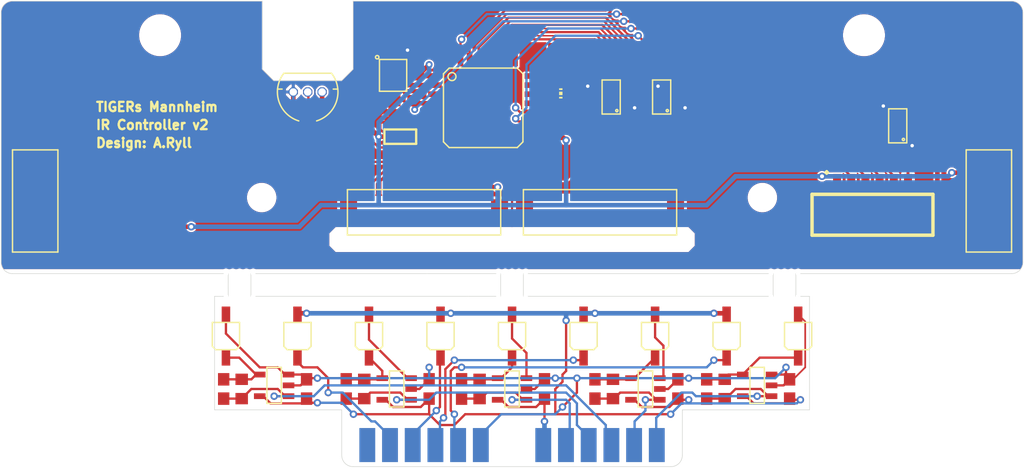
<source format=kicad_pcb>
(kicad_pcb (version 20241229) (generator "pcbnew") (generator_version "9.0")
  (layers (0 "F.Cu" signal) (2 "B.Cu" signal) (13 "F.Paste" user) (15 "B.Paste" user) (5 "F.SilkS" user "F.Silkscreen") (7 "B.SilkS" user "B.Silkscreen") (1 "F.Mask" user) (3 "B.Mask" user) (25 "Edge.Cuts" user))
  (net 0 "")
  (net 1 "N$51")
  (net 2 "IR-ADC3")
  (net 3 "GND")
  (net 4 "N$55")
  (net 5 "IR1")
  (net 6 "N$69")
  (net 7 "IR0")
  (net 8 "IR-ADC0")
  (net 9 "N$66")
  (net 10 "+3V3")
  (net 11 "N$52")
  (net 12 "N$57")
  (net 13 "N$68")
  (net 14 "IR-ADC2")
  (net 15 "IR-ADC1")
  (net 16 "IR-ADC4")
  (net 17 "N$113")
  (net 18 "N$115")
  (net 19 "N$117")
  (net 20 "IR2")
  (net 21 "IR3")
  (net 22 "IR4")
  (net 23 "N$65")
  (net 24 "N$59")
  (net 25 "N$122")
  (net 26 "IR-LED")
  (net 27 "BOOT5")
  (net 28 "SRST5")
  (net 29 "N$1")
  (net 30 "UART5-TX")
  (net 31 "UART5-RX")
  (net 32 "N$4")
  (net 33 "N$6")
  (net 34 "USART1-RX")
  (net 35 "USART1-TX")
  (net 36 "N$2")
  (net 37 "N$9")
  (net 38 "IR-ADC5")
  (net 39 "T-ADC")
  (net 40 "IR-OUT1")
  (net 41 "IR-OUT2")
  (net 42 "IR-OUT3")
  (net 43 "IR-OUT4")
  (net 44 "IR-OUT5")
  (net 45 "GNDA")
  (net 46 "VCCINT")
  (net 47 "IR-LED3")
  (net 48 "IR-LED2")
  (net 49 "IR-LED1")
  (net 50 "IR-LED4")
  (net 51 "IR-L1")
  (net 52 "IR-L2")
  (net 53 "IR-L3")
  (net 54 "IR-L4")
  (footprint "IR Controller v2:R0805_334" (layer "F.Cu") (at 162.7886 96.7561 -90)
    (property "Reference" "R10")
    (property "Value" "24" (hide yes))
  )
  (footprint "IR Controller v2:dummyfp11" (layer "F.Cu") (at 125.7011 108.5036)
    (property "Reference" "UNK_HOLE_11" (hide yes))
    (property "Value" "" (hide yes))
  )
  (footprint "IR Controller v2:SMD1,27-2,54" (layer "F.Cu") (at 154.8511 89.4536)
    (property "Reference" "SWDIO0")
    (property "Value" "" (hide yes))
  )
  (footprint "IR Controller v2:C0603_334" (layer "F.Cu") (at 130.4036 118.6636 90)
    (property "Reference" "C7")
    (property "Value" "100n" (hide yes))
  )
  (footprint "IR Controller v2:C0603_334" (layer "F.Cu") (at 163.1061 118.6636 90)
    (property "Reference" "C13")
    (property "Value" "100n" (hide yes))
  )
  (footprint "IR Controller v2:C0603_334" (layer "F.Cu") (at 151.3586 118.6636 90)
    (property "Reference" "C11")
    (property "Value" "100n" (hide yes))
  )
  (footprint "IR Controller v2:C0603_334" (layer "F.Cu") (at 138.9761 93.2636 180)
    (property "Reference" "C2")
    (property "Value" "100n" (hide yes))
  )
  (footprint "IR Controller v2:AVX-CON3" (layer "F.Cu") (at 106.5011 102.1036 -90)
    (property "Reference" "IRRX0")
    (property "Value" "009155003541006 " (hide yes))
  )
  (footprint "IR Controller v2:SOT23-5" (layer "F.Cu") (at 138.3411 118.6636 180)
    (property "Reference" "IC5")
    (property "Value" "OPA320" (hide yes))
  )
  (footprint "IR Controller v2:LED-GULL" (layer "F.Cu") (at 123.3011 114.0036 90)
    (property "Reference" "D1")
    (property "Value" "SFH 2701" (hide yes))
  )
  (footprint "IR Controller v2:dummyfp32" (layer "F.Cu") (at 171.9011 108.5036)
    (property "Reference" "UNK_HOLE_32" (hide yes))
    (property "Value" "" (hide yes))
  )
  (footprint "IR Controller v2:C0603_334" (layer "F.Cu") (at 144.0561 118.6636 -90)
    (property "Reference" "C10")
    (property "Value" "1p" (hide yes))
  )
  (footprint "IR Controller v2:dummyfp12" (layer "F.Cu") (at 123.9011 108.5036)
    (property "Reference" "UNK_HOLE_12" (hide yes))
    (property "Value" "" (hide yes))
  )
  (footprint "IR Controller v2:LED-GULL" (layer "F.Cu") (at 129.6011 114.0036 90)
    (property "Reference" "D2")
    (property "Value" "SFH 4059-QS" (hide yes))
  )
  (footprint "IR Controller v2:C0603_334" (layer "F.Cu") (at 140.2461 90.0886 90)
    (property "Reference" "C1")
    (property "Value" "100n" (hide yes))
  )
  (footprint "IR Controller v2:DF13C-6P-1.25V" (layer "F.Cu") (at 180.2511 101.5186)
    (property "Reference" "IR0" (hide yes))
    (property "Value" "DF13-6P-1.25V" (hide yes))
  )
  (footprint "IR Controller v2:R0805_334" (layer "F.Cu") (at 160.5661 96.7561 -90)
    (property "Reference" "R9")
    (property "Value" "24" (hide yes))
  )
  (footprint "IR Controller v2:R0805_334" (layer "F.Cu") (at 156.1211 96.7561 -90)
    (property "Reference" "R7")
    (property "Value" "24" (hide yes))
  )
  (footprint "IR Controller v2:L0603" (layer "F.Cu") (at 138.6586 96.4386 180)
    (property "Reference" "L1")
    (property "Value" "120R" (hide yes))
  )
  (footprint "IR Controller v2:LED-GULL" (layer "F.Cu") (at 135.9011 114.0036 90)
    (property "Reference" "D3")
    (property "Value" "SFH 2701" (hide yes))
  )
  (footprint "IR Controller v2:C0603_334" (layer "F.Cu") (at 172.9486 118.6636 90)
    (property "Reference" "C15")
    (property "Value" "100n" (hide yes))
  )
  (footprint "IR Controller v2:C0603_334" (layer "F.Cu") (at 130.56235 94.2161 180)
    (property "Reference" "C3")
    (property "Value" "1u" (hide yes))
  )
  (footprint "IR Controller v2:R0603_334" (layer "F.Cu") (at 124.6886 118.6636 -90)
    (property "Reference" "R11")
    (property "Value" "2M" (hide yes))
  )
  (footprint "IR Controller v2:LQFP32-ST" (layer "F.Cu") (at 145.9611 93.8986)
    (property "Reference" "IC2")
    (property "Value" "STM32F031K6T6" (hide yes))
  )
  (footprint "IR Controller v2:R0603_334" (layer "F.Cu") (at 152.9461 94.5336 180)
    (property "Reference" "R1")
    (property "Value" "1k" (hide yes))
  )
  (footprint "IR Controller v2:dummyfp10" (layer "F.Cu") (at 125.1011 108.5036)
    (property "Reference" "UNK_HOLE_10" (hide yes))
    (property "Value" "" (hide yes))
  )
  (footprint "IR Controller v2:R0805_334" (layer "F.Cu") (at 178.3461 95.4861 -90)
    (property "Reference" "R5")
    (property "Value" "100" (hide yes))
  )
  (footprint "IR Controller v2:dummyfp16" (layer "F.Cu") (at 149.7011 110.5036)
    (property "Reference" "UNK_HOLE_16" (hide yes))
    (property "Value" "" (hide yes))
  )
  (footprint "IR Controller v2:R0805_334" (layer "F.Cu") (at 158.3436 96.7561 -90)
    (property "Reference" "R8")
    (property "Value" "24" (hide yes))
  )
  (footprint "IR Controller v2:OSCI-KC2016" (layer "F.Cu") (at 138.0236 91.0411 -90)
    (property "Reference" "Q1")
    (property "Value" "KC2016K4.00000C1GE00" (hide yes))
  )
  (footprint "IR Controller v2:LED-GULL" (layer "F.Cu") (at 161.1011 114.0036 90)
    (property "Reference" "D7")
    (property "Value" "SFH 2701" (hide yes))
  )
  (footprint "IR Controller v2:R0603_334" (layer "F.Cu") (at 167.2336 118.6636 -90)
    (property "Reference" "R15")
    (property "Value" "2M" (hide yes))
  )
  (footprint "IR Controller v2:dummyfp23" (layer "F.Cu") (at 147.3011 108.5036)
    (property "Reference" "UNK_HOLE_23" (hide yes))
    (property "Value" "" (hide yes))
  )
  (footprint "IR Controller v2:dummyfp34" (layer "F.Cu") (at 126.4511 112.5036)
    (property "Reference" "UNK_HOLE_34" (hide yes))
    (property "Value" "" (hide yes))
  )
  (footprint "IR Controller v2:dummyfp15" (layer "F.Cu") (at 149.1011 110.5036)
    (property "Reference" "UNK_HOLE_15" (hide yes))
    (property "Value" "" (hide yes))
  )
  (footprint "IR Controller v2:SOT26" (layer "F.Cu") (at 182.4736 95.4861 90)
    (property "Reference" "Q4")
    (property "Value" "DMN5L06DMK-7" (hide yes))
  )
  (footprint "IR Controller v2:AVX-CON6-2MM" (layer "F.Cu") (at 140.7511 103.1036)
    (property "Reference" "X1")
    (property "Value" "00-9155-006-741-006" (hide yes))
  )
  (footprint "IR Controller v2:dummyfp5" (layer "F.Cu") (at 125.1011 110.5036)
    (property "Reference" "UNK_HOLE_5" (hide yes))
    (property "Value" "" (hide yes))
  )
  (footprint "IR Controller v2:C0603_334" (layer "F.Cu") (at 141.1986 118.6636 90)
    (property "Reference" "C9")
    (property "Value" "100n" (hide yes))
  )
  (footprint "IR Controller v2:R0805_334" (layer "F.Cu") (at 176.4411 95.4861 -90)
    (property "Reference" "R4")
    (property "Value" "100" (hide yes))
  )
  (footprint "IR Controller v2:C0603_334" (layer "F.Cu") (at 133.8961 118.6636 -90)
    (property "Reference" "C8")
    (property "Value" "1p" (hide yes))
  )
  (footprint "IR Controller v2:dummyfp26" (layer "F.Cu") (at 173.7011 110.5036)
    (property "Reference" "UNK_HOLE_26" (hide yes))
    (property "Value" "" (hide yes))
  )
  (footprint "IR Controller v2:LED-GULL" (layer "F.Cu") (at 142.2011 114.0036 90)
    (property "Reference" "D4")
    (property "Value" "SFH 4059-QS" (hide yes))
  )
  (footprint "IR Controller v2:dummyfp6" (layer "F.Cu") (at 125.7011 110.5036)
    (property "Reference" "UNK_HOLE_6" (hide yes))
    (property "Value" "" (hide yes))
  )
  (footprint "IR Controller v2:dummyfp29" (layer "F.Cu") (at 172.5011 108.5036)
    (property "Reference" "UNK_HOLE_29" (hide yes))
    (property "Value" "" (hide yes))
  )
  (footprint "IR Controller v2:dummyfp1" (layer "F.Cu") (at 179.5011 87.5036)
    (property "Reference" "UNK_HOLE_1" (hide yes))
    (property "Value" "" (hide yes))
  )
  (footprint "IR Controller v2:C0603_334" (layer "F.Cu") (at 155.8036 118.6636 -90)
    (property "Reference" "C12")
    (property "Value" "1p" (hide yes))
  )
  (footprint "IR Controller v2:dummyfp2" (layer "F.Cu") (at 126.4511 101.8036)
    (property "Reference" "UNK_HOLE_2" (hide yes))
    (property "Value" "" (hide yes))
  )
  (footprint "IR Controller v2:LED-GULL" (layer "F.Cu") (at 167.4011 114.0036 90)
    (property "Reference" "D8")
    (property "Value" "SFH 4059-QS" (hide yes))
  )
  (footprint "IR Controller v2:dummyfp28" (layer "F.Cu") (at 171.3011 110.5036)
    (property "Reference" "UNK_HOLE_28" (hide yes))
    (property "Value" "" (hide yes))
  )
  (footprint "IR Controller v2:dummyfp17" (layer "F.Cu") (at 147.9011 110.5036)
    (property "Reference" "UNK_HOLE_17" (hide yes))
    (property "Value" "" (hide yes))
  )
  (footprint "IR Controller v2:LED-GULL" (layer "F.Cu") (at 148.5011 114.0036 90)
    (property "Reference" "D5")
    (property "Value" "SFH 2701" (hide yes))
  )
  (footprint "IR Controller v2:SOT26" (layer "F.Cu") (at 157.23235 92.9461 90)
    (property "Reference" "Q2")
    (property "Value" "DMN5L06DMK-7" (hide yes))
  )
  (footprint "IR Controller v2:LED-GULL" (layer "F.Cu") (at 173.7011 114.0036 90)
    (property "Reference" "D9")
    (property "Value" "SFH 2701" (hide yes))
  )
  (footprint "IR Controller v2:dummyfp21" (layer "F.Cu") (at 149.7011 108.5036)
    (property "Reference" "UNK_HOLE_21" (hide yes))
    (property "Value" "" (hide yes))
  )
  (footprint "IR Controller v2:R0805_334" (layer "F.Cu") (at 185.9661 95.4861 -90)
    (property "Reference" "R6")
    (property "Value" "24" (hide yes))
  )
  (footprint "IR Controller v2:AVX-CON3" (layer "F.Cu") (at 190.5011 102.1036 90)
    (property "Reference" "IRTX0")
    (property "Value" " 009155003541006 " (hide yes))
  )
  (footprint "IR Controller v2:dummyfp19" (layer "F.Cu") (at 148.5011 108.5036)
    (property "Reference" "UNK_HOLE_19" (hide yes))
    (property "Value" "" (hide yes))
  )
  (footprint "IR Controller v2:SOT23-5" (layer "F.Cu") (at 148.5011 118.6636 180)
    (property "Reference" "IC6")
    (property "Value" "OPA320" (hide yes))
  )
  (footprint "IR Controller v2:R0603_334" (layer "F.Cu") (at 135.4836 118.6636 -90)
    (property "Reference" "R12")
    (property "Value" "2M" (hide yes))
  )
  (footprint "IR Controller v2:SMD1,27-2,54" (layer "F.Cu") (at 152.3111 89.4536)
    (property "Reference" "SWCLK0")
    (property "Value" "" (hide yes))
  )
  (footprint "IR Controller v2:dummyfp24" (layer "F.Cu") (at 172.5011 110.5036)
    (property "Reference" "UNK_HOLE_24" (hide yes))
    (property "Value" "" (hide yes))
  )
  (footprint "IR Controller v2:dummyfp4" (layer "F.Cu") (at 124.5011 110.5036)
    (property "Reference" "UNK_HOLE_4" (hide yes))
    (property "Value" "" (hide yes))
  )
  (footprint "IR Controller v2:dummyfp35" (layer "F.Cu") (at 170.5511 112.5036)
    (property "Reference" "UNK_HOLE_35" (hide yes))
    (property "Value" "" (hide yes))
  )
  (footprint "IR Controller v2:dummyfp9" (layer "F.Cu") (at 124.5011 108.5036)
    (property "Reference" "UNK_HOLE_9" (hide yes))
    (property "Value" "" (hide yes))
  )
  (footprint "IR Controller v2:dummyfp14" (layer "F.Cu") (at 148.5011 110.5036)
    (property "Reference" "UNK_HOLE_14" (hide yes))
    (property "Value" "" (hide yes))
  )
  (footprint "IR Controller v2:C0603_334" (layer "F.Cu") (at 138.6586 95.1686 180)
    (property "Reference" "C4")
    (property "Value" "100n" (hide yes))
  )
  (footprint "IR Controller v2:AVX-CON6-2MM" (layer "F.Cu") (at 156.2511 103.1036)
    (property "Reference" "X2")
    (property "Value" "00-9155-006-741-006" (hide yes))
  )
  (footprint "IR Controller v2:dummyfp27" (layer "F.Cu") (at 171.9011 110.5036)
    (property "Reference" "UNK_HOLE_27" (hide yes))
    (property "Value" "" (hide yes))
  )
  (footprint "IR Controller v2:dummyfp8" (layer "F.Cu") (at 123.3011 110.5036)
    (property "Reference" "UNK_HOLE_8" (hide yes))
    (property "Value" "" (hide yes))
  )
  (footprint "IR Controller v2:SOT23-5" (layer "F.Cu") (at 127.5461 118.3461 180)
    (property "Reference" "IC3")
    (property "Value" "OPA320" (hide yes))
  )
  (footprint "IR Controller v2:dummyfp18" (layer "F.Cu") (at 147.3011 110.5036)
    (property "Reference" "UNK_HOLE_18" (hide yes))
    (property "Value" "" (hide yes))
  )
  (footprint "IR Controller v2:dummyfp31" (layer "F.Cu") (at 173.7011 108.5036)
    (property "Reference" "UNK_HOLE_31" (hide yes))
    (property "Value" "" (hide yes))
  )
  (footprint "IR Controller v2:dummyfp20" (layer "F.Cu") (at 149.1011 108.5036)
    (property "Reference" "UNK_HOLE_20" (hide yes))
    (property "Value" "" (hide yes))
  )
  (footprint "IR Controller v2:dummyfp3" (layer "F.Cu") (at 170.5511 101.8036)
    (property "Reference" "UNK_HOLE_3" (hide yes))
    (property "Value" "" (hide yes))
  )
  (footprint "IR Controller v2:dummyfp13" (layer "F.Cu") (at 123.3011 108.5036)
    (property "Reference" "UNK_HOLE_13" (hide yes))
    (property "Value" "" (hide yes))
  )
  (footprint "IR Controller v2:CHIP-LED0603_259" (layer "F.Cu") (at 152.9461 92.6286 90)
    (property "Reference" "LED1")
    (property "Value" "gr" (hide yes))
  )
  (footprint "IR Controller v2:dummyfp22" (layer "F.Cu") (at 147.9011 108.5036)
    (property "Reference" "UNK_HOLE_22" (hide yes))
    (property "Value" "" (hide yes))
  )
  (footprint "IR Controller v2:R0603_334" (layer "F.Cu") (at 145.6436 118.6636 -90)
    (property "Reference" "R13")
    (property "Value" "2M" (hide yes))
  )
  (footprint "IR Controller v2:C0603_334" (layer "F.Cu") (at 151.9936 97.3911 -90)
    (property "Reference" "C5")
    (property "Value" "100n" (hide yes))
  )
  (footprint "IR Controller v2:TO92" (layer "F.Cu") (at 130.5011 92.5036 180)
    (property "Reference" "IC1")
    (property "Value" "MCP9701A" (hide yes))
  )
  (footprint "IR Controller v2:C0603_334" (layer "F.Cu") (at 165.6461 118.6636 -90)
    (property "Reference" "C14")
    (property "Value" "1p" (hide yes))
  )
  (footprint "IR Controller v2:dummyfp0" (layer "F.Cu") (at 117.5011 87.5036)
    (property "Reference" "UNK_HOLE_0" (hide yes))
    (property "Value" "" (hide yes))
  )
  (footprint "IR Controller v2:SOT23-5" (layer "F.Cu") (at 170.0911 118.3461 180)
    (property "Reference" "IC4")
    (property "Value" "OPA320" (hide yes))
  )
  (footprint "IR Controller v2:R0603_334" (layer "F.Cu") (at 157.3911 118.6636 -90)
    (property "Reference" "R14")
    (property "Value" "2M" (hide yes))
  )
  (footprint "IR Controller v2:R0805_334" (layer "F.Cu") (at 172.6311 95.4861 -90)
    (property "Reference" "R2")
    (property "Value" "100" (hide yes))
  )
  (footprint "IR Controller v2:dummyfp25" (layer "F.Cu") (at 173.1011 110.5036)
    (property "Reference" "UNK_HOLE_25" (hide yes))
    (property "Value" "" (hide yes))
  )
  (footprint "IR Controller v2:dummyfp33" (layer "F.Cu") (at 171.3011 108.5036)
    (property "Reference" "UNK_HOLE_33" (hide yes))
    (property "Value" "" (hide yes))
  )
  (footprint "IR Controller v2:R0805_334" (layer "F.Cu") (at 174.5361 95.4861 -90)
    (property "Reference" "R3")
    (property "Value" "100" (hide yes))
  )
  (footprint "IR Controller v2:C0603_334" (layer "F.Cu") (at 123.1011 118.6636 -90)
    (property "Reference" "C6")
    (property "Value" "1p" (hide yes))
  )
  (footprint "IR Controller v2:dummyfp30" (layer "F.Cu") (at 173.1011 108.5036)
    (property "Reference" "UNK_HOLE_30" (hide yes))
    (property "Value" "" (hide yes))
  )
  (footprint "IR Controller v2:LED-GULL" (layer "F.Cu") (at 154.8011 114.0036 90)
    (property "Reference" "D6")
    (property "Value" "SFH 4059-QS" (hide yes))
  )
  (footprint "IR Controller v2:SOT26" (layer "F.Cu") (at 161.67735 92.9461 90)
    (property "Reference" "Q3")
    (property "Value" "DMN5L06DMK-7" (hide yes))
  )
  (footprint "IR Controller v2:dummyfp7" (layer "F.Cu") (at 123.9011 110.5036)
    (property "Reference" "UNK_HOLE_7" (hide yes))
    (property "Value" "" (hide yes))
  )
  (footprint "IR Controller v2:SOT23-5" (layer "F.Cu") (at 160.2486 118.6636 180)
    (property "Reference" "IC7")
    (property "Value" "OPA320" (hide yes))
  )
  (footprint "IR Controller v2:SMD1,4-3" (layer "B.Cu") (at 141.7511 123.6036 180)
    (property "Reference" "PAD108")
    (property "Value" "" (hide yes))
  )
  (footprint "IR Controller v2:SMD1,4-3" (layer "B.Cu") (at 155.2511 123.6036 180)
    (property "Reference" "PAD103")
    (property "Value" "" (hide yes))
  )
  (footprint "IR Controller v2:SMD1,4-3" (layer "B.Cu") (at 135.7511 123.6036 180)
    (property "Reference" "PAD111")
    (property "Value" "" (hide yes))
  )
  (footprint "IR Controller v2:SMD1,4-3" (layer "B.Cu") (at 143.7511 123.6036 180)
    (property "Reference" "PAD107")
    (property "Value" "" (hide yes))
  )
  (footprint "IR Controller v2:SMD1,4-3" (layer "B.Cu") (at 153.2511 123.6036 180)
    (property "Reference" "PAD104")
    (property "Value" "" (hide yes))
  )
  (footprint "IR Controller v2:SMD1,4-3" (layer "B.Cu") (at 157.2511 123.6036 180)
    (property "Reference" "PAD102")
    (property "Value" "" (hide yes))
  )
  (footprint "IR Controller v2:SMD1,4-3" (layer "B.Cu") (at 145.7511 123.6036 180)
    (property "Reference" "PAD106")
    (property "Value" "" (hide yes))
  )
  (footprint "IR Controller v2:SMD1,4-3" (layer "B.Cu") (at 159.2511 123.6036 180)
    (property "Reference" "PAD101")
    (property "Value" "" (hide yes))
  )
  (footprint "IR Controller v2:SMD1,4-3" (layer "B.Cu") (at 137.7511 123.6036 180)
    (property "Reference" "PAD110")
    (property "Value" "" (hide yes))
  )
  (footprint "IR Controller v2:SMD1,4-3" (layer "B.Cu") (at 139.7511 123.6036 180)
    (property "Reference" "PAD109")
    (property "Value" "" (hide yes))
  )
  (footprint "IR Controller v2:SMD1,4-3" (layer "B.Cu") (at 151.2511 123.6036 180)
    (property "Reference" "PAD105")
    (property "Value" "" (hide yes))
  )
  (footprint "IR Controller v2:SMD1,4-3" (layer "B.Cu") (at 161.2511 123.6036 180)
    (property "Reference" "PAD100")
    (property "Value" "" (hide yes))
  )
  (gr_line (start 174.7011 120.5036) (end 163.5011 120.5036) (stroke (width 0.05)) (layer "Edge.Cuts"))
  (gr_arc (start 104.5011 108.5036) (mid 103.793993 108.210707) (end 103.5011 107.5036) (stroke (width 0.05)) (layer "Edge.Cuts"))
  (gr_line (start 122.3011 120.5036) (end 133.5011 120.5036) (stroke (width 0.05)) (layer "Edge.Cuts"))
  (gr_line (start 193.5011 86.5036) (end 193.5011 85.5036) (stroke (width 0.05)) (layer "Edge.Cuts"))
  (gr_line (start 193.5011 107.5036) (end 193.5011 86.5036) (stroke (width 0.05)) (layer "Edge.Cuts"))
  (gr_line (start 103.5011 85.5036) (end 103.5011 86.5036) (stroke (width 0.05)) (layer "Edge.Cuts"))
  (gr_arc (start 193.5011 107.5036) (mid 193.208207 108.210707) (end 192.5011 108.5036) (stroke (width 0.05)) (layer "Edge.Cuts"))
  (gr_line (start 133.5011 91.5036) (end 127.5011 91.5036) (stroke (width 0.05)) (layer "Edge.Cuts"))
  (gr_line (start 134.5011 90.5036) (end 134.5011 84.5036) (stroke (width 0.05)) (layer "Edge.Cuts"))
  (gr_arc (start 134.5011 125.5036) (mid 133.793993 125.210707) (end 133.5011 124.5036) (stroke (width 0.05)) (layer "Edge.Cuts"))
  (gr_arc (start 192.5011 84.5036) (mid 193.208207 84.796493) (end 193.5011 85.5036) (stroke (width 0.05)) (layer "Edge.Cuts"))
  (gr_line (start 171.5 110.5) (end 149.5 110.5) (stroke (width 0.05)) (layer "Edge.Cuts"))
  (gr_line (start 134.5011 84.5036) (end 192.5011 84.5036) (stroke (width 0.05)) (layer "Edge.Cuts"))
  (gr_line (start 103.5011 86.5036) (end 103.5011 107.5036) (stroke (width 0.05)) (layer "Edge.Cuts"))
  (gr_arc (start 163.5011 124.5036) (mid 163.208207 125.210707) (end 162.5011 125.5036) (stroke (width 0.05)) (layer "Edge.Cuts"))
  (gr_line (start 104.5011 108.5036) (end 123.5011 108.5036) (stroke (width 0.05)) (layer "Edge.Cuts"))
  (gr_line (start 133.5011 120.5036) (end 133.5011 124.5036) (stroke (width 0.05)) (layer "Edge.Cuts"))
  (gr_line (start 174.7011 110.5036) (end 173.5011 110.5036) (stroke (width 0.05)) (layer "Edge.Cuts"))
  (gr_line (start 127.5011 91.5036) (end 126.5011 90.5036) (stroke (width 0.05)) (layer "Edge.Cuts"))
  (gr_line (start 134.5011 125.5036) (end 162.5011 125.5036) (stroke (width 0.05)) (layer "Edge.Cuts"))
  (gr_line (start 171.5 108.5) (end 171.5 110.5) (stroke (width 0.05)) (layer "Edge.Cuts"))
  (gr_line (start 147.5 108.5) (end 147.5 110.5) (stroke (width 0.05)) (layer "Edge.Cuts"))
  (gr_arc (start 103.5011 85.5036) (mid 103.793993 84.796493) (end 104.5011 84.5036) (stroke (width 0.05)) (layer "Edge.Cuts"))
  (gr_line (start 149.5 110.5) (end 149.5 108.5) (stroke (width 0.05)) (layer "Edge.Cuts"))
  (gr_line (start 104.5011 84.5036) (end 126.5011 84.5036) (stroke (width 0.05)) (layer "Edge.Cuts"))
  (gr_line (start 133.5011 91.5036) (end 134.5011 90.5036) (stroke (width 0.05)) (layer "Edge.Cuts"))
  (gr_line (start 123.5 108.5036) (end 123.5011 110.5036) (stroke (width 0.05)) (layer "Edge.Cuts"))
  (gr_line (start 149.5 108.5) (end 171.5 108.5) (stroke (width 0.05)) (layer "Edge.Cuts"))
  (gr_line (start 173.5011 108.5036) (end 192.5011 108.5036) (stroke (width 0.05)) (layer "Edge.Cuts"))
  (gr_line (start 174.7011 110.5036) (end 174.7011 120.5036) (stroke (width 0.05)) (layer "Edge.Cuts"))
  (gr_line (start 147.5 110.5) (end 125.5011 110.5036) (stroke (width 0.05)) (layer "Edge.Cuts"))
  (gr_line (start 125.5011 110.5036) (end 125.5011 108.5036) (stroke (width 0.05)) (layer "Edge.Cuts"))
  (gr_line (start 163.5011 120.5036) (end 163.5011 124.5036) (stroke (width 0.05)) (layer "Edge.Cuts"))
  (gr_line (start 122.3011 110.5036) (end 122.3011 120.5036) (stroke (width 0.05)) (layer "Edge.Cuts"))
  (gr_line (start 126.5011 90.5036) (end 126.5011 84.5036) (stroke (width 0.05)) (layer "Edge.Cuts"))
  (gr_line (start 173.5011 110.5036) (end 173.5011 108.5036) (stroke (width 0.05)) (layer "Edge.Cuts"))
  (gr_line (start 125.5011 108.5036) (end 147.5 108.5) (stroke (width 0.05)) (layer "Edge.Cuts"))
  (gr_line (start 122.3011 110.5036) (end 123.5011 110.5036) (stroke (width 0.05)) (layer "Edge.Cuts"))
  (gr_text "Design: A.Ryll" (at 111.750475 97.470475 0) (layer "F.SilkS") (effects (font (size 0.8128 0.8128) (thickness 0.2032)) (justify left bottom)))
  (gr_text "TIGERs Mannheim" (at 111.750475 94.295475 0) (layer "F.SilkS") (effects (font (size 0.8128 0.8128) (thickness 0.2032)) (justify left bottom)))
  (gr_text "IR Controller v2" (at 111.750475 95.882975 0) (layer "F.SilkS") (effects (font (size 0.8128 0.8128) (thickness 0.2032)) (justify left bottom)))
  (segment (start 148.5011 115.9036) (end 148.5011 116.7586) (width 0.2032) (layer "F.Cu") (net 1))
  (segment (start 147.5486 117.7111) (end 147.2311 117.7111) (width 0.2032) (layer "F.Cu") (net 1))
  (segment (start 148.5011 116.7586) (end 147.5486 117.7111) (width 0.2032) (layer "F.Cu") (net 1))
  (segment (start 147.1286 117.8136) (end 147.2311 117.7111) (width 0.2032) (layer "F.Cu") (net 1))
  (segment (start 144.0561 117.8136) (end 145.6436 117.8136) (width 0.2032) (layer "F.Cu") (net 1))
  (segment (start 145.6436 117.8136) (end 147.1286 117.8136) (width 0.2032) (layer "F.Cu") (net 1))
  (segment (start 143.7511 100.8711) (end 143.7511 100.9536) (width 0.2032) (layer "F.Cu") (net 2))
  (segment (start 145.5611 98.1486) (end 145.5611 99.0611) (width 0.2032) (layer "F.Cu") (net 2))
  (segment (start 145.5611 99.0611) (end 143.7511 100.8711) (width 0.2032) (layer "F.Cu") (net 2))
  (segment (start 139.8261 88.8186) (end 139.2936 88.8186) (width 0.4064) (layer "F.Cu") (net 3))
  (segment (start 183.6736 96.4361) (end 183.7436 96.5061) (width 0.2032) (layer "F.Cu") (net 3))
  (segment (start 129.71235 94.2161) (end 129.2311 93.73485) (width 0.4064) (layer "F.Cu") (net 3))
  (segment (start 129.2311 93.73485) (end 129.2311 92.5036) (width 0.4064) (layer "F.Cu") (net 3))
  (segment (start 137.8086 93.5811) (end 138.1261 93.2636) (width 0.4064) (layer "F.Cu") (net 3))
  (segment (start 136.4361 90.9536) (end 136.4361 89.4536) (width 0.4064) (layer "F.Cu") (net 3))
  (segment (start 138.1261 93.2636) (end 137.4236 92.5611) (width 0.4064) (layer "F.Cu") (net 3))
  (segment (start 183.7436 96.5061) (end 183.7436 97.23235) (width 0.2032) (layer "F.Cu") (net 3))
  (segment (start 137.0711 88.8186) (end 139.2936 88.8186) (width 0.4064) (layer "F.Cu") (net 3))
  (segment (start 137.4236 91.9411) (end 136.4361 90.9536) (width 0.4064) (layer "F.Cu") (net 3))
  (segment (start 148.7611 98.1486) (end 151.9011 98.1486) (width 0.4064) (layer "F.Cu") (net 3))
  (segment (start 143.1611 89.6486) (end 143.1611 89.2386) (width 0.4064) (layer "F.Cu") (net 3))
  (segment (start 151.9011 98.1486) (end 151.9936 98.2411) (width 0.4064) (layer "F.Cu") (net 3))
  (segment (start 137.8086 93.5811) (end 137.8086 95.1686) (width 0.4064) (layer "F.Cu") (net 3))
  (segment (start 136.4361 89.4536) (end 137.0711 88.8186) (width 0.4064) (layer "F.Cu") (net 3))
  (segment (start 137.4236 92.5611) (end 137.4236 91.9411) (width 0.4064) (layer "F.Cu") (net 3))
  (segment (start 143.1611 89.2386) (end 140.2461 89.2386) (width 0.4064) (layer "F.Cu") (net 3))
  (segment (start 183.7436 95.5561) (end 183.7436 96.5061) (width 0.2032) (layer "F.Cu") (net 3))
  (segment (start 181.2736 94.5361) (end 181.2036 94.4661) (width 0.2032) (layer "F.Cu") (net 3))
  (segment (start 183.6736 95.4861) (end 183.7436 95.5561) (width 0.2032) (layer "F.Cu") (net 3))
  (segment (start 181.2036 94.4661) (end 181.2036 93.73985) (width 0.2032) (layer "F.Cu") (net 3))
  (segment (start 140.2461 89.2386) (end 139.8261 88.8186) (width 0.4064) (layer "F.Cu") (net 3))
  (via (at 139.2936 88.8186) (size 0.6048) (drill 0.3048) (layers "F.Cu" "B.Cu") (net 3))
  (via (at 159.2961 93.8986) (size 0.6048) (drill 0.3048) (layers "F.Cu" "B.Cu") (net 3))
  (via (at 183.7436 97.23235) (size 0.6048) (drill 0.3048) (layers "F.Cu" "B.Cu") (net 3))
  (via (at 155.1686 91.9936) (size 0.6048) (drill 0.3048) (layers "F.Cu" "B.Cu") (net 3))
  (via (at 161.35985 91.9936) (size 0.6048) (drill 0.3048) (layers "F.Cu" "B.Cu") (net 3))
  (via (at 181.2036 93.73985) (size 0.6048) (drill 0.3048) (layers "F.Cu" "B.Cu") (net 3))
  (via (at 163.7411 93.8986) (size 0.6048) (drill 0.3048) (layers "F.Cu" "B.Cu") (net 3))
  (segment (start 162.87735 91.9961) (end 162.7861 91.9961) (width 0.2032) (layer "F.Cu") (net 4))
  (segment (start 162.4736 95.8061) (end 162.7886 95.8061) (width 0.2032) (layer "F.Cu") (net 4))
  (segment (start 162.1536 92.6286) (end 162.1536 95.4861) (width 0.2032) (layer "F.Cu") (net 4))
  (segment (start 162.1536 95.4861) (end 162.4736 95.8061) (width 0.2032) (layer "F.Cu") (net 4))
  (segment (start 162.7861 91.9961) (end 162.1536 92.6286) (width 0.2032) (layer "F.Cu") (net 4))
  (segment (start 156.4386 86.5961) (end 159.77235 89.92985) (width 0.2032) (layer "F.Cu") (net 5))
  (segment (start 146.3611 89.6486) (end 146.3611 88.7361) (width 0.2032) (layer "F.Cu") (net 5))
  (segment (start 148.5011 86.5961) (end 156.4386 86.5961) (width 0.2032) (layer "F.Cu") (net 5))
  (segment (start 159.77235 89.92985) (end 159.77235 92.46985) (width 0.2032) (layer "F.Cu") (net 5))
  (segment (start 159.77235 92.46985) (end 160.2486 92.9461) (width 0.2032) (layer "F.Cu") (net 5))
  (segment (start 146.3611 88.7361) (end 148.5011 86.5961) (width 0.2032) (layer "F.Cu") (net 5))
  (segment (start 160.47735 92.9461) (end 160.2486 92.9461) (width 0.2032) (layer "F.Cu") (net 5))
  (segment (start 183.6736 94.5361) (end 185.9661 94.5361) (width 0.2032) (layer "F.Cu") (net 6))
  (segment (start 179.6161 94.5336) (end 180.5686 95.4861) (width 0.2032) (layer "F.Cu") (net 7))
  (segment (start 144.7611 88.4311) (end 147.8661 85.3261) (width 0.2032) (layer "F.Cu") (net 7))
  (segment (start 144.7611 89.6486) (end 144.7611 88.4311) (width 0.2032) (layer "F.Cu") (net 7))
  (segment (start 160.8836 85.0086) (end 163.7411 87.8661) (width 0.2032) (layer "F.Cu") (net 7))
  (segment (start 173.5836 87.8661) (end 179.6161 93.8986) (width 0.2032) (layer "F.Cu") (net 7))
  (segment (start 163.7411 87.8661) (end 173.5836 87.8661) (width 0.2032) (layer "F.Cu") (net 7))
  (segment (start 180.5686 95.4861) (end 181.2736 95.4861) (width 0.2032) (layer "F.Cu") (net 7))
  (segment (start 157.0736 85.0086) (end 160.8836 85.0086) (width 0.2032) (layer "F.Cu") (net 7))
  (segment (start 147.8661 85.3261) (end 156.7561 85.3261) (width 0.2032) (layer "F.Cu") (net 7))
  (segment (start 156.7561 85.3261) (end 157.0736 85.0086) (width 0.2032) (layer "F.Cu") (net 7))
  (segment (start 179.6161 93.8986) (end 179.6161 94.5336) (width 0.2032) (layer "F.Cu") (net 7))
  (segment (start 139.2936 98.6611) (end 125.6411 98.6611) (width 0.2032) (layer "F.Cu") (net 8))
  (segment (start 140.72235 97.23235) (end 139.2936 98.6611) (width 0.2032) (layer "F.Cu") (net 8))
  (segment (start 140.72235 96.27985) (end 140.72235 97.23235) (width 0.2032) (layer "F.Cu") (net 8))
  (segment (start 108.7011 102.1536) (end 108.6511 102.1036) (width 0.2032) (layer "F.Cu") (net 8))
  (segment (start 125.6411 98.6611) (end 122.1486 102.1536) (width 0.2032) (layer "F.Cu") (net 8))
  (segment (start 122.1486 102.1536) (end 108.7011 102.1536) (width 0.2032) (layer "F.Cu") (net 8))
  (segment (start 141.1036 95.8986) (end 140.72235 96.27985) (width 0.2032) (layer "F.Cu") (net 8))
  (segment (start 141.7111 95.8986) (end 141.1036 95.8986) (width 0.2032) (layer "F.Cu") (net 8))
  (segment (start 188.3511 104.6036) (end 187.2361 103.4886) (width 0.4064) (layer "F.Cu") (net 9))
  (segment (start 187.2361 103.4886) (end 187.2361 101.8361) (width 0.4064) (layer "F.Cu") (net 9))
  (segment (start 187.2361 101.8361) (end 185.9661 100.5661) (width 0.4064) (layer "F.Cu") (net 9))
  (segment (start 185.9661 100.5661) (end 185.9661 96.4361) (width 0.4064) (layer "F.Cu") (net 9))
  (segment (start 151.8361 96.6986) (end 151.9936 96.5411) (width 0.4064) (layer "F.Cu") (net 10))
  (segment (start 177.0761 99.9311) (end 177.1261 99.9811) (width 0.4064) (layer "F.Cu") (net 10))
  (segment (start 145.8211 100.8836) (end 147.2311 100.8836) (width 0.4064) (layer "F.Cu") (net 10))
  (segment (start 145.7511 100.9536) (end 145.8211 100.8836) (width 0.4064) (layer "F.Cu") (net 10))
  (segment (start 175.8061 99.9311) (end 177.0761 99.9311) (width 0.4064) (layer "F.Cu") (net 10))
  (segment (start 138.6236 90.1411) (end 137.4236 90.1411) (width 0.4064) (layer "F.Cu") (net 10))
  (segment (start 108.6511 104.6036) (end 108.9036 104.6036) (width 0.4064) (layer "F.Cu") (net 10))
  (segment (start 108.9036 104.6036) (end 109.1311 104.3761) (width 0.4064) (layer "F.Cu") (net 10))
  (segment (start 131.41235 94.2161) (end 134.5311 94.2161) (width 0.4064) (layer "F.Cu") (net 10))
  (segment (start 137.8966 96.4386) (end 136.7536 96.4386) (width 0.4064) (layer "F.Cu") (net 10))
  (segment (start 140.4061 91.0986) (end 140.2461 90.9386) (width 0.4064) (layer "F.Cu") (net 10))
  (segment (start 140.2461 90.9386) (end 139.4486 90.1411) (width 0.4064) (layer "F.Cu") (net 10))
  (segment (start 151.9936 96.5411) (end 151.9936 94.6361) (width 0.4064) (layer "F.Cu") (net 10))
  (segment (start 109.1311 104.3761) (end 120.2436 104.3761) (width 0.4064) (layer "F.Cu") (net 10))
  (segment (start 141.7111 91.0986) (end 140.4061 91.0986) (width 0.4064) (layer "F.Cu") (net 10))
  (segment (start 188.3511 99.6036) (end 188.3411 99.6136) (width 0.4064) (layer "F.Cu") (net 10))
  (segment (start 131.41235 94.2161) (end 131.7711 93.85735) (width 0.4064) (layer "F.Cu") (net 10))
  (segment (start 140.2461 90.9386) (end 140.3486 90.9386) (width 0.4064) (layer "F.Cu") (net 10))
  (segment (start 134.5311 94.2161) (end 136.7536 96.4386) (width 0.4064) (layer "F.Cu") (net 10))
  (segment (start 188.3411 99.6136) (end 187.2361 99.6136) (width 0.4064) (layer "F.Cu") (net 10))
  (segment (start 139.4486 90.1411) (end 138.6236 90.1411) (width 0.4064) (layer "F.Cu") (net 10))
  (segment (start 131.7711 93.85735) (end 131.7711 92.5036) (width 0.4064) (layer "F.Cu") (net 10))
  (segment (start 151.9936 96.5411) (end 153.0486 96.5411) (width 0.4064) (layer "F.Cu") (net 10))
  (segment (start 140.3486 90.9386) (end 141.1986 90.0886) (width 0.4064) (layer "F.Cu") (net 10))
  (segment (start 177.1261 99.9811) (end 177.1261 100.6186) (width 0.4064) (layer "F.Cu") (net 10))
  (segment (start 151.9936 94.6361) (end 152.0961 94.5336) (width 0.4064) (layer "F.Cu") (net 10))
  (segment (start 153.0486 96.5411) (end 153.2636 96.7561) (width 0.4064) (layer "F.Cu") (net 10))
  (segment (start 150.2111 96.6986) (end 151.8361 96.6986) (width 0.4064) (layer "F.Cu") (net 10))
  (via (at 187.2361 99.6136) (size 0.65) (drill 0.35) (layers "F.Cu" "B.Cu") (net 10))
  (via (at 141.1986 90.0886) (size 0.6048) (drill 0.3048) (layers "F.Cu" "B.Cu") (net 10))
  (via (at 136.7536 96.4386) (size 0.6048) (drill 0.3048) (layers "F.Cu" "B.Cu") (net 10))
  (via (at 147.2311 100.8836) (size 0.65) (drill 0.35) (layers "F.Cu" "B.Cu") (net 10))
  (via (at 153.2636 96.7561) (size 0.65) (drill 0.35) (layers "F.Cu" "B.Cu") (net 10))
  (via (at 120.2436 104.3761) (size 0.65) (drill 0.35) (layers "F.Cu" "B.Cu") (net 10))
  (via (at 175.8061 99.9311) (size 0.65) (drill 0.35) (layers "F.Cu" "B.Cu") (net 10))
  (segment (start 129.7686 104.3761) (end 131.6736 102.4711) (width 0.4064) (layer "B.Cu") (net 10))
  (segment (start 136.7536 96.4386) (end 136.7536 102.4711) (width 0.4064) (layer "B.Cu") (net 10))
  (segment (start 168.1861 99.9311) (end 175.8061 99.9311) (width 0.4064) (layer "B.Cu") (net 10))
  (segment (start 131.6736 102.4711) (end 136.7536 102.4711) (width 0.4064) (layer "B.Cu") (net 10))
  (segment (start 147.2311 100.8836) (end 147.2311 102.4711) (width 0.4064) (layer "B.Cu") (net 10))
  (segment (start 153.2636 96.7561) (end 153.2636 102.4711) (width 0.4064) (layer "B.Cu") (net 10))
  (segment (start 141.1986 90.7236) (end 136.7536 95.1686) (width 0.4064) (layer "B.Cu") (net 10))
  (segment (start 165.6461 102.4711) (end 168.1861 99.9311) (width 0.4064) (layer "B.Cu") (net 10))
  (segment (start 147.2311 102.4711) (end 153.2636 102.4711) (width 0.4064) (layer "B.Cu") (net 10))
  (segment (start 136.7536 102.4711) (end 147.2311 102.4711) (width 0.4064) (layer "B.Cu") (net 10))
  (segment (start 141.1986 90.7236) (end 141.1986 90.0886) (width 0.4064) (layer "B.Cu") (net 10))
  (segment (start 120.2436 104.3761) (end 129.7686 104.3761) (width 0.4064) (layer "B.Cu") (net 10))
  (segment (start 186.9186 99.9311) (end 175.8061 99.9311) (width 0.4064) (layer "B.Cu") (net 10))
  (segment (start 187.2361 99.6136) (end 186.9186 99.9311) (width 0.4064) (layer "B.Cu") (net 10))
  (segment (start 153.2636 102.4711) (end 165.6461 102.4711) (width 0.4064) (layer "B.Cu") (net 10))
  (segment (start 136.7536 96.4386) (end 136.7536 95.1686) (width 0.4064) (layer "B.Cu") (net 10))
  (segment (start 133.8961 117.8136) (end 135.4836 117.8136) (width 0.2032) (layer "F.Cu") (net 11))
  (segment (start 135.9011 115.9036) (end 137.0711 117.0736) (width 0.2032) (layer "F.Cu") (net 11))
  (segment (start 135.4836 117.8136) (end 136.9686 117.8136) (width 0.2032) (layer "F.Cu") (net 11))
  (segment (start 137.0711 117.0736) (end 137.0711 117.7111) (width 0.2032) (layer "F.Cu") (net 11))
  (segment (start 136.9686 117.8136) (end 137.0711 117.7111) (width 0.2032) (layer "F.Cu") (net 11))
  (segment (start 124.6886 117.8136) (end 125.5386 117.8136) (width 0.2032) (layer "F.Cu") (net 12))
  (segment (start 123.4186 117.4961) (end 123.1011 117.8136) (width 0.2032) (layer "F.Cu") (net 12))
  (segment (start 123.3011 115.9036) (end 123.4186 116.0211) (width 0.2032) (layer "F.Cu") (net 12))
  (segment (start 125.5386 117.8136) (end 125.9586 117.3936) (width 0.2032) (layer "F.Cu") (net 12))
  (segment (start 125.9586 117.3936) (end 126.2761 117.3936) (width 0.2032) (layer "F.Cu") (net 12))
  (segment (start 123.3011 115.9036) (end 124.4686 115.9036) (width 0.2032) (layer "F.Cu") (net 12))
  (segment (start 124.4686 115.9036) (end 125.9586 117.3936) (width 0.2032) (layer "F.Cu") (net 12))
  (segment (start 123.1011 117.8136) (end 124.6886 117.8136) (width 0.2032) (layer "F.Cu") (net 12))
  (segment (start 158.8761 117.8136) (end 158.9786 117.7111) (width 0.2032) (layer "F.Cu") (net 13))
  (segment (start 155.8036 117.8136) (end 157.3911 117.8136) (width 0.2032) (layer "F.Cu") (net 13))
  (segment (start 159.2936 117.7111) (end 158.9786 117.7111) (width 0.2032) (layer "F.Cu") (net 13))
  (segment (start 161.1011 115.9036) (end 159.2936 117.7111) (width 0.2032) (layer "F.Cu") (net 13))
  (segment (start 157.3911 117.8136) (end 158.8761 117.8136) (width 0.2032) (layer "F.Cu") (net 13))
  (segment (start 143.0911 99.6136) (end 141.7511 100.9536) (width 0.2032) (layer "F.Cu") (net 14))
  (segment (start 144.0561 99.6136) (end 143.0911 99.6136) (width 0.2032) (layer "F.Cu") (net 14))
  (segment (start 144.7611 98.1486) (end 144.7611 98.9086) (width 0.2032) (layer "F.Cu") (net 14))
  (segment (start 144.7611 98.9086) (end 144.0561 99.6136) (width 0.2032) (layer "F.Cu") (net 14))
  (segment (start 143.9611 98.1486) (end 143.9611 98.7561) (width 0.2032) (layer "F.Cu") (net 15))
  (segment (start 143.9611 98.7561) (end 143.57985 99.13735) (width 0.2032) (layer "F.Cu") (net 15))
  (segment (start 143.57985 99.13735) (end 141.67485 99.13735) (width 0.2032) (layer "F.Cu") (net 15))
  (segment (start 139.7511 100.9536) (end 139.8586 100.9536) (width 0.2032) (layer "F.Cu") (net 15))
  (segment (start 139.8586 100.9536) (end 141.67485 99.13735) (width 0.2032) (layer "F.Cu") (net 15))
  (segment (start 137.9536 100.9536) (end 137.7511 100.9536) (width 0.2032) (layer "F.Cu") (net 16))
  (segment (start 143.1611 98.1486) (end 142.6486 98.6611) (width 0.2032) (layer "F.Cu") (net 16))
  (segment (start 142.6486 98.6611) (end 141.1986 98.6611) (width 0.2032) (layer "F.Cu") (net 16))
  (segment (start 139.9286 99.9311) (end 138.9761 99.9311) (width 0.2032) (layer "F.Cu") (net 16))
  (segment (start 138.9761 99.9311) (end 137.9536 100.9536) (width 0.2032) (layer "F.Cu") (net 16))
  (segment (start 141.1986 98.6611) (end 139.9286 99.9311) (width 0.2032) (layer "F.Cu") (net 16))
  (segment (start 137.7511 100.8386) (end 137.7511 100.9536) (width 0.2032) (layer "F.Cu") (net 16))
  (segment (start 160.5661 93.98485) (end 160.5661 95.8061) (width 0.2032) (layer "F.Cu") (net 17))
  (segment (start 160.47735 93.8961) (end 160.5661 93.98485) (width 0.2032) (layer "F.Cu") (net 17))
  (segment (start 158.43235 91.9961) (end 158.3411 91.9961) (width 0.2032) (layer "F.Cu") (net 18))
  (segment (start 158.3411 91.9961) (end 157.7086 92.6286) (width 0.2032) (layer "F.Cu") (net 18))
  (segment (start 157.7086 92.6286) (end 157.7086 95.1711) (width 0.2032) (layer "F.Cu") (net 18))
  (segment (start 157.7086 95.1711) (end 158.3436 95.8061) (width 0.2032) (layer "F.Cu") (net 18))
  (segment (start 156.03235 93.8961) (end 156.1211 93.98485) (width 0.2032) (layer "F.Cu") (net 19))
  (segment (start 156.1211 93.98485) (end 156.1211 95.8061) (width 0.2032) (layer "F.Cu") (net 19))
  (segment (start 162.87735 92.9461) (end 163.1061 92.9461) (width 0.2032) (layer "F.Cu") (net 20))
  (segment (start 145.5611 89.6486) (end 145.5611 88.5836) (width 0.2032) (layer "F.Cu") (net 20))
  (segment (start 145.5611 88.5836) (end 148.1836 85.9611) (width 0.2032) (layer "F.Cu") (net 20))
  (segment (start 163.1061 91.0411) (end 163.7411 91.6761) (width 0.2032) (layer "F.Cu") (net 20))
  (segment (start 163.1061 92.9461) (end 163.7411 92.3111) (width 0.2032) (layer "F.Cu") (net 20))
  (segment (start 156.7561 85.9611) (end 161.8361 91.0411) (width 0.2032) (layer "F.Cu") (net 20))
  (segment (start 156.7561 85.9611) (end 148.1836 85.9611) (width 0.2032) (layer "F.Cu") (net 20))
  (segment (start 161.8361 91.0411) (end 163.1061 91.0411) (width 0.2032) (layer "F.Cu") (net 20))
  (segment (start 163.7411 91.6761) (end 163.7411 92.3111) (width 0.2032) (layer "F.Cu") (net 20))
  (segment (start 156.7561 88.8186) (end 156.7561 92.3111) (width 0.2032) (layer "F.Cu") (net 21))
  (segment (start 156.7561 92.3111) (end 156.1211 92.9461) (width 0.2032) (layer "F.Cu") (net 21))
  (segment (start 147.9611 89.6486) (end 147.9611 88.7236) (width 0.2032) (layer "F.Cu") (net 21))
  (segment (start 148.8186 87.8661) (end 155.8036 87.8661) (width 0.2032) (layer "F.Cu") (net 21))
  (segment (start 147.9611 88.7236) (end 148.8186 87.8661) (width 0.2032) (layer "F.Cu") (net 21))
  (segment (start 156.03235 92.9461) (end 156.1211 92.9461) (width 0.2032) (layer "F.Cu") (net 21))
  (segment (start 156.7561 88.8186) (end 155.8036 87.8661) (width 0.2032) (layer "F.Cu") (net 21))
  (segment (start 159.13735 90.24735) (end 159.13735 92.46985) (width 0.2032) (layer "F.Cu") (net 22))
  (segment (start 156.1211 87.2311) (end 159.13735 90.24735) (width 0.2032) (layer "F.Cu") (net 22))
  (segment (start 148.8186 87.2311) (end 156.1211 87.2311) (width 0.2032) (layer "F.Cu") (net 22))
  (segment (start 159.13735 92.46985) (end 158.6611 92.9461) (width 0.2032) (layer "F.Cu") (net 22))
  (segment (start 158.43235 92.9461) (end 158.6611 92.9461) (width 0.2032) (layer "F.Cu") (net 22))
  (segment (start 147.1611 88.8886) (end 148.8186 87.2311) (width 0.2032) (layer "F.Cu") (net 22))
  (segment (start 147.1611 89.6486) (end 147.1611 88.8886) (width 0.2032) (layer "F.Cu") (net 22))
  (segment (start 139.9286 95.1686) (end 139.5086 95.1686) (width 0.4064) (layer "F.Cu") (net 23))
  (segment (start 139.4206 95.2566) (end 139.5086 95.1686) (width 0.4064) (layer "F.Cu") (net 23))
  (segment (start 141.7111 94.2986) (end 140.7986 94.2986) (width 0.4064) (layer "F.Cu") (net 23))
  (segment (start 139.4206 96.4386) (end 139.4206 95.2566) (width 0.4064) (layer "F.Cu") (net 23))
  (segment (start 140.7986 94.2986) (end 139.9286 95.1686) (width 0.4064) (layer "F.Cu") (net 23))
  (segment (start 138.6661 91.8986) (end 138.6236 91.9411) (width 0.4064) (layer "F.Cu") (net 24))
  (segment (start 141.7111 91.8986) (end 138.6661 91.8986) (width 0.4064) (layer "F.Cu") (net 24))
  (segment (start 153.7961 94.5336) (end 153.5811 94.3186) (width 0.2032) (layer "F.Cu") (net 25))
  (segment (start 153.5811 94.3186) (end 153.5811 92.7436) (width 0.2032) (layer "F.Cu") (net 25))
  (segment (start 153.5811 92.7436) (end 153.6961 92.6286) (width 0.2032) (layer "F.Cu") (net 25))
  (segment (start 152.2661 92.6986) (end 152.1961 92.6286) (width 0.2032) (layer "F.Cu") (net 26))
  (segment (start 150.2111 92.6986) (end 152.2661 92.6986) (width 0.2032) (layer "F.Cu") (net 26))
  (segment (start 143.9611 87.9611) (end 144.0561 87.8661) (width 0.2032) (layer "F.Cu") (net 27))
  (segment (start 157.7086 85.6436) (end 160.5661 85.6436) (width 0.2032) (layer "F.Cu") (net 27))
  (segment (start 163.4236 88.5011) (end 172.2111 88.5011) (width 0.2032) (layer "F.Cu") (net 27))
  (segment (start 143.9611 89.6486) (end 143.9611 87.9611) (width 0.2032) (layer "F.Cu") (net 27))
  (segment (start 160.5661 85.6436) (end 163.4236 88.5011) (width 0.2032) (layer "F.Cu") (net 27))
  (segment (start 172.2111 88.5011) (end 178.3461 94.5361) (width 0.2032) (layer "F.Cu") (net 27))
  (via (at 157.7086 85.6436) (size 0.65) (drill 0.35) (layers "F.Cu" "B.Cu") (net 27))
  (via (at 144.0561 87.8661) (size 0.65) (drill 0.35) (layers "F.Cu" "B.Cu") (net 27))
  (segment (start 146.2786 85.6436) (end 157.7086 85.6436) (width 0.2032) (layer "B.Cu") (net 27))
  (segment (start 144.0561 87.8661) (end 146.2786 85.6436) (width 0.2032) (layer "B.Cu") (net 27))
  (segment (start 160.2486 86.2786) (end 163.1061 89.1361) (width 0.2032) (layer "F.Cu") (net 28))
  (segment (start 139.8261 93.2636) (end 139.9286 93.3661) (width 0.4064) (layer "F.Cu") (net 28))
  (segment (start 139.9286 93.3661) (end 139.9286 94.05735) (width 0.4064) (layer "F.Cu") (net 28))
  (segment (start 158.3436 86.2786) (end 160.2486 86.2786) (width 0.2032) (layer "F.Cu") (net 28))
  (segment (start 141.7111 93.4986) (end 140.0611 93.4986) (width 0.4064) (layer "F.Cu") (net 28))
  (segment (start 140.0611 93.4986) (end 139.8261 93.2636) (width 0.4064) (layer "F.Cu") (net 28))
  (segment (start 170.9411 89.1361) (end 176.4411 94.5361) (width 0.2032) (layer "F.Cu") (net 28))
  (segment (start 163.1061 89.1361) (end 170.9411 89.1361) (width 0.2032) (layer "F.Cu") (net 28))
  (via (at 139.9286 94.05735) (size 0.6048) (drill 0.3048) (layers "F.Cu" "B.Cu") (net 28))
  (via (at 158.3436 86.2786) (size 0.65) (drill 0.35) (layers "F.Cu" "B.Cu") (net 28))
  (segment (start 139.9286 94.05735) (end 147.70735 86.2786) (width 0.2032) (layer "B.Cu") (net 28))
  (segment (start 147.70735 86.2786) (end 158.3436 86.2786) (width 0.2032) (layer "B.Cu") (net 28))
  (segment (start 180.8761 99.9211) (end 178.6636 97.7086) (width 0.2032) (layer "F.Cu") (net 29))
  (segment (start 180.8761 100.6186) (end 180.8761 99.9211) (width 0.2032) (layer "F.Cu") (net 29))
  (segment (start 177.8136 97.7086) (end 176.4411 96.4361) (width 0.2032) (layer "F.Cu") (net 29))
  (segment (start 178.6636 97.7086) (end 177.8136 97.7086) (width 0.2032) (layer "F.Cu") (net 29))
  (segment (start 179.6261 99.9411) (end 178.0286 98.3436) (width 0.2032) (layer "F.Cu") (net 30))
  (segment (start 179.6261 100.6186) (end 179.6261 99.9411) (width 0.2032) (layer "F.Cu") (net 30))
  (segment (start 178.0286 98.3436) (end 176.5436 98.3436) (width 0.2032) (layer "F.Cu") (net 30))
  (segment (start 176.5436 98.3436) (end 174.5361 96.4361) (width 0.2032) (layer "F.Cu") (net 30))
  (segment (start 178.3761 100.6186) (end 178.3761 99.9611) (width 0.2032) (layer "F.Cu") (net 31))
  (segment (start 178.3761 99.9611) (end 177.3936 98.9786) (width 0.2032) (layer "F.Cu") (net 31))
  (segment (start 177.3936 98.9786) (end 175.2736 98.9786) (width 0.2032) (layer "F.Cu") (net 31))
  (segment (start 175.2736 98.9786) (end 172.6311 96.4361) (width 0.2032) (layer "F.Cu") (net 31))
  (segment (start 182.1261 100.6186) (end 182.1261 99.9011) (width 0.2032) (layer "F.Cu") (net 32))
  (segment (start 182.1261 99.9011) (end 178.5611 96.3361) (width 0.2032) (layer "F.Cu") (net 32))
  (segment (start 178.5611 96.3361) (end 178.3461 96.4361) (width 0.2032) (layer "F.Cu") (net 32))
  (segment (start 150.2111 91.0986) (end 150.6661 91.0986) (width 0.2032) (layer "F.Cu") (net 33))
  (segment (start 150.6661 91.0986) (end 152.3111 89.4536) (width 0.2032) (layer "F.Cu") (net 33))
  (segment (start 169.6711 89.7711) (end 174.5361 94.5361) (width 0.2032) (layer "F.Cu") (net 34))
  (segment (start 162.7886 89.7711) (end 169.6711 89.7711) (width 0.2032) (layer "F.Cu") (net 34))
  (segment (start 149.2186 94.2986) (end 148.8186 93.8986) (width 0.2032) (layer "F.Cu") (net 34))
  (segment (start 158.9786 86.9136) (end 159.9311 86.9136) (width 0.2032) (layer "F.Cu") (net 34))
  (segment (start 159.9311 86.9136) (end 162.7886 89.7711) (width 0.2032) (layer "F.Cu") (net 34))
  (segment (start 150.2111 94.2986) (end 149.2186 94.2986) (width 0.2032) (layer "F.Cu") (net 34))
  (via (at 158.9786 86.9136) (size 0.65) (drill 0.35) (layers "F.Cu" "B.Cu") (net 34))
  (via (at 148.8186 93.8986) (size 0.65) (drill 0.35) (layers "F.Cu" "B.Cu") (net 34))
  (segment (start 148.8186 89.7711) (end 151.6761 86.9136) (width 0.2032) (layer "B.Cu") (net 34))
  (segment (start 148.8186 93.8986) (end 148.8186 89.7711) (width 0.2032) (layer "B.Cu") (net 34))
  (segment (start 151.6761 86.9136) (end 158.9786 86.9136) (width 0.2032) (layer "B.Cu") (net 34))
  (segment (start 159.6136 87.5486) (end 162.4711 90.4061) (width 0.2032) (layer "F.Cu") (net 35))
  (segment (start 149.0661 95.0986) (end 148.8186 94.8511) (width 0.2032) (layer "F.Cu") (net 35))
  (segment (start 168.4011 90.4061) (end 172.6311 94.5361) (width 0.2032) (layer "F.Cu") (net 35))
  (segment (start 162.4711 90.4061) (end 168.4011 90.4061) (width 0.2032) (layer "F.Cu") (net 35))
  (segment (start 150.2111 95.0986) (end 149.0661 95.0986) (width 0.2032) (layer "F.Cu") (net 35))
  (via (at 148.8186 94.8511) (size 0.65) (drill 0.35) (layers "F.Cu" "B.Cu") (net 35))
  (via (at 159.6136 87.5486) (size 0.65) (drill 0.35) (layers "F.Cu" "B.Cu") (net 35))
  (segment (start 149.7711 90.0886) (end 152.3111 87.5486) (width 0.2032) (layer "B.Cu") (net 35))
  (segment (start 149.7711 93.8986) (end 149.7711 90.0886) (width 0.2032) (layer "B.Cu") (net 35))
  (segment (start 148.8186 94.8511) (end 149.7711 93.8986) (width 0.2032) (layer "B.Cu") (net 35))
  (segment (start 152.3111 87.5486) (end 159.6136 87.5486) (width 0.2032) (layer "B.Cu") (net 35))
  (segment (start 150.8186 91.8986) (end 151.6761 91.0411) (width 0.2032) (layer "F.Cu") (net 36))
  (segment (start 150.2111 91.8986) (end 150.8186 91.8986) (width 0.2032) (layer "F.Cu") (net 36))
  (segment (start 153.2636 91.0411) (end 154.8511 89.4536) (width 0.2032) (layer "F.Cu") (net 36))
  (segment (start 151.6761 91.0411) (end 153.2636 91.0411) (width 0.2032) (layer "F.Cu") (net 36))
  (segment (start 167.5511 117.4961) (end 167.5511 117.3936) (width 0.2032) (layer "F.Cu") (net 37))
  (segment (start 167.5511 117.3936) (end 168.8211 117.3936) (width 0.2032) (layer "F.Cu") (net 37))
  (segment (start 165.6461 117.8136) (end 167.2336 117.8136) (width 0.2032) (layer "F.Cu") (net 37))
  (segment (start 173.7011 115.9036) (end 170.3111 115.9036) (width 0.2032) (layer "F.Cu") (net 37))
  (segment (start 170.3111 115.9036) (end 168.8211 117.3936) (width 0.2032) (layer "F.Cu") (net 37))
  (segment (start 167.2336 117.8136) (end 167.5511 117.4961) (width 0.2032) (layer "F.Cu") (net 37))
  (segment (start 141.7111 96.6986) (end 141.2561 96.6986) (width 0.2032) (layer "F.Cu") (net 38))
  (segment (start 137.4086 99.2961) (end 135.7511 100.9536) (width 0.2032) (layer "F.Cu") (net 38))
  (segment (start 137.4086 99.2961) (end 139.6111 99.2961) (width 0.2032) (layer "F.Cu") (net 38))
  (segment (start 141.2561 96.6986) (end 141.1986 96.7561) (width 0.2032) (layer "F.Cu") (net 38))
  (segment (start 139.6111 99.2961) (end 141.1986 97.7086) (width 0.2032) (layer "F.Cu") (net 38))
  (segment (start 141.1986 97.7086) (end 141.1986 96.7561) (width 0.2032) (layer "F.Cu") (net 38))
  (segment (start 139.9286 97.3911) (end 136.7536 97.3911) (width 0.2032) (layer "F.Cu") (net 39))
  (segment (start 141.7111 95.0986) (end 141.10985 95.0986) (width 0.2032) (layer "F.Cu") (net 39))
  (segment (start 141.10985 95.0986) (end 140.2461 95.96235) (width 0.2032) (layer "F.Cu") (net 39))
  (segment (start 130.56235 92.56485) (end 130.56235 95.1686) (width 0.2032) (layer "F.Cu") (net 39))
  (segment (start 140.2461 97.0736) (end 139.9286 97.3911) (width 0.2032) (layer "F.Cu") (net 39))
  (segment (start 134.8486 95.4861) (end 136.7536 97.3911) (width 0.2032) (layer "F.Cu") (net 39))
  (segment (start 130.56235 95.1686) (end 130.87985 95.4861) (width 0.2032) (layer "F.Cu") (net 39))
  (segment (start 140.2461 95.96235) (end 140.2461 97.0736) (width 0.2032) (layer "F.Cu") (net 39))
  (segment (start 130.5011 92.5036) (end 130.56235 92.56485) (width 0.2032) (layer "F.Cu") (net 39))
  (segment (start 130.87985 95.4861) (end 134.8486 95.4861) (width 0.2032) (layer "F.Cu") (net 39))
  (segment (start 125.5386 118.6636) (end 127.8636 118.6636) (width 0.2032) (layer "F.Cu") (net 40))
  (segment (start 124.6886 119.5136) (end 125.5386 118.6636) (width 0.2032) (layer "F.Cu") (net 40))
  (segment (start 128.4986 119.2986) (end 128.8161 119.2986) (width 0.2032) (layer "F.Cu") (net 40))
  (segment (start 128.8161 119.2986) (end 127.5461 119.2986) (width 0.2032) (layer "F.Cu") (net 40))
  (segment (start 123.1011 119.5136) (end 124.6886 119.5136) (width 0.2032) (layer "F.Cu") (net 40))
  (segment (start 127.8636 118.6636) (end 128.4986 119.2986) (width 0.2032) (layer "F.Cu") (net 40))
  (via (at 127.5461 119.2986) (size 0.65) (drill 0.35) (layers "F.Cu" "B.Cu") (net 40))
  (segment (start 153.2636 118.3461) (end 156.7561 121.8386) (width 0.2032) (layer "B.Cu") (net 40))
  (segment (start 131.9911 118.3461) (end 153.2636 118.3461) (width 0.2032) (layer "B.Cu") (net 40))
  (segment (start 127.5461 119.2986) (end 131.0386 119.2986) (width 0.2032) (layer "B.Cu") (net 40))
  (segment (start 131.0386 119.2986) (end 131.9911 118.3461) (width 0.2032) (layer "B.Cu") (net 40))
  (segment (start 156.7561 121.8386) (end 156.7561 123.1086) (width 0.2032) (layer "B.Cu") (net 40))
  (segment (start 156.7561 123.1086) (end 157.2511 123.6036) (width 0.2032) (layer "B.Cu") (net 40))
  (segment (start 138.6586 118.9811) (end 139.2936 119.6161) (width 0.2032) (layer "F.Cu") (net 41))
  (segment (start 135.4836 119.5136) (end 136.0161 118.9811) (width 0.2032) (layer "F.Cu") (net 41))
  (segment (start 136.0161 118.9811) (end 138.6586 118.9811) (width 0.2032) (layer "F.Cu") (net 41))
  (segment (start 139.6111 119.6161) (end 138.3411 119.6161) (width 0.2032) (layer "F.Cu") (net 41))
  (segment (start 133.8961 119.5136) (end 135.4836 119.5136) (width 0.2032) (layer "F.Cu") (net 41))
  (segment (start 139.2936 119.6161) (end 139.6111 119.6161) (width 0.2032) (layer "F.Cu") (net 41))
  (via (at 138.3411 119.6161) (size 0.65) (drill 0.35) (layers "F.Cu" "B.Cu") (net 41))
  (segment (start 154.2161 121.8386) (end 155.2511 122.8736) (width 0.2032) (layer "B.Cu") (net 41))
  (segment (start 141.1986 119.6161) (end 141.8336 118.9811) (width 0.2032) (layer "B.Cu") (net 41))
  (segment (start 138.3411 119.6161) (end 141.1986 119.6161) (width 0.2032) (layer "B.Cu") (net 41))
  (segment (start 155.2511 122.8736) (end 155.2511 123.6036) (width 0.2032) (layer "B.Cu") (net 41))
  (segment (start 141.8336 118.9811) (end 153.2636 118.9811) (width 0.2032) (layer "B.Cu") (net 41))
  (segment (start 154.2161 119.9336) (end 154.2161 121.8386) (width 0.2032) (layer "B.Cu") (net 41))
  (segment (start 153.2636 118.9811) (end 154.2161 119.9336) (width 0.2032) (layer "B.Cu") (net 41))
  (segment (start 149.7711 119.6161) (end 148.5011 119.6161) (width 0.2032) (layer "F.Cu") (net 42))
  (segment (start 144.0561 119.5136) (end 145.6436 119.5136) (width 0.2032) (layer "F.Cu") (net 42))
  (segment (start 145.7461 119.5136) (end 146.2786 118.9811) (width 0.2032) (layer "F.Cu") (net 42))
  (segment (start 149.4536 119.6161) (end 149.7711 119.6161) (width 0.2032) (layer "F.Cu") (net 42))
  (segment (start 146.2786 118.9811) (end 148.8186 118.9811) (width 0.2032) (layer "F.Cu") (net 42))
  (segment (start 145.6436 119.5136) (end 145.7461 119.5136) (width 0.2032) (layer "F.Cu") (net 42))
  (segment (start 148.8186 118.9811) (end 149.4536 119.6161) (width 0.2032) (layer "F.Cu") (net 42))
  (via (at 148.5011 119.6161) (size 0.65) (drill 0.35) (layers "F.Cu" "B.Cu") (net 42))
  (segment (start 153.5811 119.9336) (end 153.5811 123.2736) (width 0.2032) (layer "B.Cu") (net 42))
  (segment (start 153.2636 119.6161) (end 153.5811 119.9336) (width 0.2032) (layer "B.Cu") (net 42))
  (segment (start 153.5811 123.2736) (end 153.2511 123.6036) (width 0.2032) (layer "B.Cu") (net 42))
  (segment (start 148.5011 119.6161) (end 153.2636 119.6161) (width 0.2032) (layer "B.Cu") (net 42))
  (segment (start 158.0261 118.9811) (end 160.5661 118.9811) (width 0.2032) (layer "F.Cu") (net 43))
  (segment (start 157.3911 119.5136) (end 157.4936 119.5136) (width 0.2032) (layer "F.Cu") (net 43))
  (segment (start 160.5661 118.9811) (end 161.2011 119.6161) (width 0.2032) (layer "F.Cu") (net 43))
  (segment (start 157.4936 119.5136) (end 158.0261 118.9811) (width 0.2032) (layer "F.Cu") (net 43))
  (segment (start 161.2011 119.6161) (end 161.5186 119.6161) (width 0.2032) (layer "F.Cu") (net 43))
  (segment (start 155.8036 119.5136) (end 157.3911 119.5136) (width 0.2032) (layer "F.Cu") (net 43))
  (segment (start 161.5186 119.6161) (end 160.2486 119.6161) (width 0.2032) (layer "F.Cu") (net 43))
  (via (at 160.2486 119.6161) (size 0.65) (drill 0.35) (layers "F.Cu" "B.Cu") (net 43))
  (segment (start 160.2486 120.5686) (end 159.2961 121.5211) (width 0.2032) (layer "B.Cu") (net 43))
  (segment (start 160.2486 119.6161) (end 160.2486 120.5686) (width 0.2032) (layer "B.Cu") (net 43))
  (segment (start 159.2961 121.5211) (end 159.2961 123.5586) (width 0.2032) (layer "B.Cu") (net 43))
  (segment (start 159.2961 123.5586) (end 159.2511 123.6036) (width 0.2032) (layer "B.Cu") (net 43))
  (segment (start 165.6461 119.5136) (end 167.2336 119.5136) (width 0.2032) (layer "F.Cu") (net 44))
  (segment (start 170.4086 118.6636) (end 171.0436 119.2986) (width 0.2032) (layer "F.Cu") (net 44))
  (segment (start 171.3611 119.2986) (end 170.0911 119.2986) (width 0.2032) (layer "F.Cu") (net 44))
  (segment (start 167.2336 119.5136) (end 167.3361 119.5136) (width 0.2032) (layer "F.Cu") (net 44))
  (segment (start 167.3361 119.5136) (end 168.1861 118.6636) (width 0.2032) (layer "F.Cu") (net 44))
  (segment (start 168.1861 118.6636) (end 170.4086 118.6636) (width 0.2032) (layer "F.Cu") (net 44))
  (segment (start 171.0436 119.2986) (end 171.3611 119.2986) (width 0.2032) (layer "F.Cu") (net 44))
  (via (at 170.0911 119.2986) (size 0.65) (drill 0.35) (layers "F.Cu" "B.Cu") (net 44))
  (segment (start 161.2011 121.2036) (end 161.2011 123.5536) (width 0.2032) (layer "B.Cu") (net 44))
  (segment (start 164.3761 118.9811) (end 163.4236 118.9811) (width 0.2032) (layer "B.Cu") (net 44))
  (segment (start 170.0911 119.2986) (end 164.6936 119.2986) (width 0.2032) (layer "B.Cu") (net 44))
  (segment (start 161.2011 123.5536) (end 161.2511 123.6036) (width 0.2032) (layer "B.Cu") (net 44))
  (segment (start 164.6936 119.2986) (end 164.3761 118.9811) (width 0.2032) (layer "B.Cu") (net 44))
  (segment (start 163.4236 118.9811) (end 161.2011 121.2036) (width 0.2032) (layer "B.Cu") (net 44))
  (segment (start 129.9836 117.3936) (end 130.4036 117.8136) (width 0.2032) (layer "F.Cu") (net 45))
  (segment (start 161.1011 114.1186) (end 161.8361 114.8536) (width 0.2032) (layer "F.Cu") (net 45))
  (segment (start 123.3011 112.1036) (end 123.3011 113.7836) (width 0.2032) (layer "F.Cu") (net 45))
  (segment (start 171.3611 117.3936) (end 172.5286 117.3936) (width 0.2032) (layer "F.Cu") (net 45))
  (segment (start 172.5286 117.3936) (end 172.9486 117.8136) (width 0.2032) (layer "F.Cu") (net 45))
  (segment (start 128.4986 117.3936) (end 128.8161 117.3936) (width 0.2032) (layer "F.Cu") (net 45))
  (segment (start 163.2086 117.7111) (end 164.0586 117.7111) (width 0.2032) (layer "F.Cu") (net 45))
  (segment (start 163.0036 117.7111) (end 163.1061 117.8136) (width 0.2032) (layer "F.Cu") (net 45))
  (segment (start 172.6311 117.4961) (end 172.6311 116.7586) (width 0.2032) (layer "F.Cu") (net 45))
  (segment (start 127.8636 116.7586) (end 128.4986 117.3936) (width 0.2032) (layer "F.Cu") (net 45))
  (segment (start 148.5011 114.2186) (end 149.7711 115.4886) (width 0.2032) (layer "F.Cu") (net 45))
  (segment (start 141.1986 116.7586) (end 141.1986 117.7111) (width 0.2032) (layer "F.Cu") (net 45))
  (segment (start 130.5061 117.7111) (end 131.3561 117.7111) (width 0.2032) (layer "F.Cu") (net 45))
  (segment (start 123.3011 113.7836) (end 126.2761 116.7586) (width 0.2032) (layer "F.Cu") (net 45))
  (segment (start 150.5086 118.6636) (end 151.3586 117.8136) (width 0.2032) (layer "F.Cu") (net 45))
  (segment (start 149.7711 117.7111) (end 151.2561 117.7111) (width 0.2032) (layer "F.Cu") (net 45))
  (segment (start 139.6111 117.7111) (end 141.0961 117.7111) (width 0.2032) (layer "F.Cu") (net 45))
  (segment (start 154.2161 118.9811) (end 154.2161 117.7111) (width 0.2032) (layer "F.Cu") (net 45))
  (segment (start 161.5186 118.6636) (end 162.2561 118.6636) (width 0.2032) (layer "F.Cu") (net 45))
  (segment (start 162.2561 118.6636) (end 163.1061 117.8136) (width 0.2032) (layer "F.Cu") (net 45))
  (segment (start 135.9011 114.3186) (end 139.2936 117.7111) (width 0.2032) (layer "F.Cu") (net 45))
  (segment (start 149.7711 115.4886) (end 149.7711 117.7111) (width 0.2032) (layer "F.Cu") (net 45))
  (segment (start 140.3486 118.6636) (end 141.1986 117.8136) (width 0.2032) (layer "F.Cu") (net 45))
  (segment (start 141.14735 117.76235) (end 141.1986 117.8136) (width 0.2032) (layer "F.Cu") (net 45))
  (segment (start 151.3586 117.8136) (end 151.4611 117.7111) (width 0.2032) (layer "F.Cu") (net 45))
  (segment (start 172.4161 118.3461) (end 172.9486 117.8136) (width 0.2032) (layer "F.Cu") (net 45))
  (segment (start 173.7011 112.1036) (end 174.3249 112.7274) (width 0.1524) (layer "F.Cu") (net 45))
  (segment (start 139.6111 118.6636) (end 140.3486 118.6636) (width 0.2032) (layer "F.Cu") (net 45))
  (segment (start 135.9011 112.1036) (end 135.9011 114.3186) (width 0.2032) (layer "F.Cu") (net 45))
  (segment (start 161.8361 114.8536) (end 161.8361 117.7111) (width 0.2032) (layer "F.Cu") (net 45))
  (segment (start 152.9461 120.2511) (end 154.2161 118.9811) (width 0.2032) (layer "F.Cu") (net 45))
  (segment (start 161.1011 112.1036) (end 161.1011 114.1186) (width 0.2032) (layer "F.Cu") (net 45))
  (segment (start 148.5011 112.1036) (end 148.5011 114.2186) (width 0.2032) (layer "F.Cu") (net 45))
  (segment (start 151.2561 117.7111) (end 151.3586 117.8136) (width 0.2032) (layer "F.Cu") (net 45))
  (segment (start 139.2936 117.7111) (end 139.6111 117.7111) (width 0.2032) (layer "F.Cu") (net 45))
  (segment (start 141.0961 117.7111) (end 141.14735 117.76235) (width 0.2032) (layer "F.Cu") (net 45))
  (segment (start 126.2761 116.7586) (end 127.8636 116.7586) (width 0.2032) (layer "F.Cu") (net 45))
  (segment (start 128.8161 118.3461) (end 129.8711 118.3461) (width 0.2032) (layer "F.Cu") (net 45))
  (segment (start 129.8711 118.3461) (end 130.4036 117.8136) (width 0.2032) (layer "F.Cu") (net 45))
  (segment (start 174.3249 112.7274) (end 174.3249 116.7586) (width 0.1524) (layer "F.Cu") (net 45))
  (segment (start 163.1061 117.8136) (end 163.2086 117.7111) (width 0.2032) (layer "F.Cu") (net 45))
  (segment (start 128.8161 117.3936) (end 129.9836 117.3936) (width 0.2032) (layer "F.Cu") (net 45))
  (segment (start 174.3249 116.7586) (end 173.2699 117.8136) (width 0.1524) (layer "F.Cu") (net 45))
  (segment (start 149.7711 118.6636) (end 150.5086 118.6636) (width 0.2032) (layer "F.Cu") (net 45))
  (segment (start 141.1986 117.7111) (end 141.14735 117.76235) (width 0.2032) (layer "F.Cu") (net 45))
  (segment (start 173.2699 117.8136) (end 172.9486 117.8136) (width 0.1524) (layer "F.Cu") (net 45))
  (segment (start 161.8361 117.7111) (end 163.0036 117.7111) (width 0.2032) (layer "F.Cu") (net 45))
  (segment (start 151.4611 117.7111) (end 152.3111 117.7111) (width 0.2032) (layer "F.Cu") (net 45))
  (segment (start 161.5186 117.7111) (end 161.8361 117.7111) (width 0.2032) (layer "F.Cu") (net 45))
  (segment (start 172.9486 117.8136) (end 172.6311 117.4961) (width 0.2032) (layer "F.Cu") (net 45))
  (segment (start 171.3611 118.3461) (end 172.4161 118.3461) (width 0.2032) (layer "F.Cu") (net 45))
  (segment (start 130.4036 117.8136) (end 130.5061 117.7111) (width 0.2032) (layer "F.Cu") (net 45))
  (via (at 141.1986 116.7586) (size 0.65) (drill 0.35) (layers "F.Cu" "B.Cu") (net 45))
  (via (at 172.6311 116.7586) (size 0.65) (drill 0.35) (layers "F.Cu" "B.Cu") (net 45))
  (via (at 164.0586 117.7111) (size 0.65) (drill 0.35) (layers "F.Cu" "B.Cu") (net 45))
  (via (at 131.3561 117.7111) (size 0.65) (drill 0.35) (layers "F.Cu" "B.Cu") (net 45))
  (via (at 152.3111 117.7111) (size 0.65) (drill 0.35) (layers "F.Cu" "B.Cu") (net 45))
  (via (at 152.9461 120.2511) (size 0.65) (drill 0.35) (layers "F.Cu" "B.Cu") (net 45))
  (via (at 154.2161 117.7111) (size 0.65) (drill 0.35) (layers "F.Cu" "B.Cu") (net 45))
  (segment (start 171.6786 117.7111) (end 164.0586 117.7111) (width 0.2032) (layer "B.Cu") (net 45))
  (segment (start 152.3111 120.8861) (end 152.9461 120.2511) (width 0.2032) (layer "B.Cu") (net 45))
  (segment (start 145.7511 122.6836) (end 147.5486 120.8861) (width 0.2032) (layer "B.Cu") (net 45))
  (segment (start 147.5486 120.8861) (end 152.3111 120.8861) (width 0.2032) (layer "B.Cu") (net 45))
  (segment (start 154.2161 117.7111) (end 152.3111 117.7111) (width 0.2032) (layer "B.Cu") (net 45))
  (segment (start 141.1986 117.7111) (end 142.1511 117.7111) (width 0.2032) (layer "B.Cu") (net 45))
  (segment (start 141.1986 117.7111) (end 141.1986 116.7586) (width 0.2032) (layer "B.Cu") (net 45))
  (segment (start 172.6311 116.7586) (end 171.6786 117.7111) (width 0.2032) (layer "B.Cu") (net 45))
  (segment (start 131.3561 117.7111) (end 141.1986 117.7111) (width 0.2032) (layer "B.Cu") (net 45))
  (segment (start 152.3111 117.7111) (end 142.1511 117.7111) (width 0.2032) (layer "B.Cu") (net 45))
  (segment (start 164.0586 117.7111) (end 154.2161 117.7111) (width 0.2032) (layer "B.Cu") (net 45))
  (segment (start 145.7511 123.6036) (end 145.7511 122.6836) (width 0.2032) (layer "B.Cu") (net 45))
  (segment (start 158.9786 119.6161) (end 159.2961 119.6161) (width 0.2032) (layer "F.Cu") (net 46))
  (segment (start 144.3736 120.8861) (end 151.3586 120.8861) (width 0.2032) (layer "F.Cu") (net 46))
  (segment (start 137.3886 119.6161) (end 138.0236 120.2511) (width 0.2032) (layer "F.Cu") (net 46))
  (segment (start 151.3586 120.8861) (end 151.9936 120.8861) (width 0.2032) (layer "F.Cu") (net 46))
  (segment (start 159.9311 120.2511) (end 162.3686 120.2511) (width 0.2032) (layer "F.Cu") (net 46))
  (segment (start 169.1386 119.2986) (end 169.7736 119.9336) (width 0.2032) (layer "F.Cu") (net 46))
  (segment (start 142.3086 111.9961) (end 143.1036 111.9961) (width 0.4064) (layer "F.Cu") (net 46))
  (segment (start 140.4611 120.2511) (end 141.1986 119.5136) (width 0.2032) (layer "F.Cu") (net 46))
  (segment (start 153.2636 117.0761) (end 152.9461 117.3936) (width 0.2032) (layer "F.Cu") (net 46))
  (segment (start 167.4011 112.1036) (end 167.2936 111.9961) (width 0.4064) (layer "F.Cu") (net 46))
  (segment (start 130.7686 119.8786) (end 131.3561 119.8786) (width 0.2032) (layer "F.Cu") (net 46))
  (segment (start 154.9086 111.9961) (end 155.8036 111.9961) (width 0.4064) (layer "F.Cu") (net 46))
  (segment (start 141.1986 119.5136) (end 141.1986 120.8861) (width 0.2032) (layer "F.Cu") (net 46))
  (segment (start 152.3111 118.6636) (end 152.3111 120.8861) (width 0.2032) (layer "F.Cu") (net 46))
  (segment (start 147.2311 119.6161) (end 147.5486 119.6161) (width 0.2032) (layer "F.Cu") (net 46))
  (segment (start 130.4036 119.5136) (end 130.7686 119.8786) (width 0.2032) (layer "F.Cu") (net 46))
  (segment (start 148.1836 120.2511) (end 150.6211 120.2511) (width 0.2032) (layer "F.Cu") (net 46))
  (segment (start 142.2011 112.1036) (end 142.3086 111.9961) (width 0.4064) (layer "F.Cu") (net 46))
  (segment (start 172.9486 119.5136) (end 173.0511 119.6161) (width 0.2032) (layer "F.Cu") (net 46))
  (segment (start 126.5936 119.2986) (end 127.2286 119.9336) (width 0.2032) (layer "F.Cu") (net 46))
  (segment (start 173.0511 119.6161) (end 173.9011 119.6161) (width 0.2032) (layer "F.Cu") (net 46))
  (segment (start 153.2636 112.6311) (end 153.2636 117.0761) (width 0.2032) (layer "F.Cu") (net 46))
  (segment (start 147.5486 119.6161) (end 148.1836 120.2511) (width 0.2032) (layer "F.Cu") (net 46))
  (segment (start 129.7086 111.9961) (end 130.4036 111.9961) (width 0.4064) (layer "F.Cu") (net 46))
  (segment (start 159.2961 119.6161) (end 159.9311 120.2511) (width 0.2032) (layer "F.Cu") (net 46))
  (segment (start 152.9461 117.3936) (end 152.9461 118.0286) (width 0.2032) (layer "F.Cu") (net 46))
  (segment (start 126.2761 119.2986) (end 126.5936 119.2986) (width 0.2032) (layer "F.Cu") (net 46))
  (segment (start 168.8211 119.2986) (end 169.1386 119.2986) (width 0.2032) (layer "F.Cu") (net 46))
  (segment (start 143.4211 121.8386) (end 144.3736 120.8861) (width 0.2032) (layer "F.Cu") (net 46))
  (segment (start 150.6211 120.2511) (end 151.3586 119.5136) (width 0.2032) (layer "F.Cu") (net 46))
  (segment (start 137.0711 119.6161) (end 137.3886 119.6161) (width 0.2032) (layer "F.Cu") (net 46))
  (segment (start 162.4711 120.8861) (end 152.3111 120.8861) (width 0.2032) (layer "F.Cu") (net 46))
  (segment (start 127.2286 119.9336) (end 129.9836 119.9336) (width 0.2032) (layer "F.Cu") (net 46))
  (segment (start 151.3586 119.5136) (end 151.3586 120.8861) (width 0.2032) (layer "F.Cu") (net 46))
  (segment (start 172.5286 119.9336) (end 172.9486 119.5136) (width 0.2032) (layer "F.Cu") (net 46))
  (segment (start 152.9461 118.0286) (end 152.3111 118.6636) (width 0.2032) (layer "F.Cu") (net 46))
  (segment (start 129.6011 112.1036) (end 129.7086 111.9961) (width 0.4064) (layer "F.Cu") (net 46))
  (segment (start 142.1511 121.8386) (end 143.4211 121.8386) (width 0.2032) (layer "F.Cu") (net 46))
  (segment (start 163.1061 119.5136) (end 163.2086 119.6161) (width 0.2032) (layer "F.Cu") (net 46))
  (segment (start 151.3586 120.8861) (end 151.3586 121.5211) (width 0.2032) (layer "F.Cu") (net 46))
  (segment (start 169.7736 119.9336) (end 172.5286 119.9336) (width 0.2032) (layer "F.Cu") (net 46))
  (segment (start 162.3686 120.2511) (end 163.1061 119.5136) (width 0.2032) (layer "F.Cu") (net 46))
  (segment (start 152.3111 120.8861) (end 151.9936 120.8861) (width 0.2032) (layer "F.Cu") (net 46))
  (segment (start 154.8011 112.1036) (end 154.9086 111.9961) (width 0.4064) (layer "F.Cu") (net 46))
  (segment (start 167.2936 111.9961) (end 166.2811 111.9961) (width 0.4064) (layer "F.Cu") (net 46))
  (segment (start 163.2086 119.6161) (end 164.0586 119.6161) (width 0.2032) (layer "F.Cu") (net 46))
  (segment (start 141.1986 120.8861) (end 142.1511 121.8386) (width 0.2032) (layer "F.Cu") (net 46))
  (segment (start 129.9836 119.9336) (end 130.4036 119.5136) (width 0.2032) (layer "F.Cu") (net 46))
  (segment (start 134.5311 120.8861) (end 141.1986 120.8861) (width 0.2032) (layer "F.Cu") (net 46))
  (segment (start 138.0236 120.2511) (end 140.4611 120.2511) (width 0.2032) (layer "F.Cu") (net 46))
  (via (at 151.3586 121.5211) (size 0.65) (drill 0.35) (layers "F.Cu" "B.Cu") (net 46))
  (via (at 130.4036 111.9961) (size 0.65) (drill 0.35) (layers "F.Cu" "B.Cu") (net 46))
  (via (at 131.3561 119.8786) (size 0.65) (drill 0.35) (layers "F.Cu" "B.Cu") (net 46))
  (via (at 162.4711 120.8861) (size 0.65) (drill 0.35) (layers "F.Cu" "B.Cu") (net 46))
  (via (at 166.2811 111.9961) (size 0.65) (drill 0.35) (layers "F.Cu" "B.Cu") (net 46))
  (via (at 155.8036 111.9961) (size 0.65) (drill 0.35) (layers "F.Cu" "B.Cu") (net 46))
  (via (at 173.9011 119.6161) (size 0.65) (drill 0.35) (layers "F.Cu" "B.Cu") (net 46))
  (via (at 143.1036 111.9961) (size 0.65) (drill 0.35) (layers "F.Cu" "B.Cu") (net 46))
  (via (at 134.5311 120.8861) (size 0.65) (drill 0.35) (layers "F.Cu" "B.Cu") (net 46))
  (via (at 153.2636 112.6311) (size 0.65) (drill 0.35) (layers "F.Cu" "B.Cu") (net 46))
  (via (at 164.0586 119.6161) (size 0.65) (drill 0.35) (layers "F.Cu" "B.Cu") (net 46))
  (segment (start 173.5836 119.9336) (end 164.0586 119.9336) (width 0.2032) (layer "B.Cu") (net 46))
  (segment (start 155.8036 111.9961) (end 153.2636 111.9961) (width 0.4064) (layer "B.Cu") (net 46))
  (segment (start 173.9011 119.6161) (end 173.5836 119.9336) (width 0.2032) (layer "B.Cu") (net 46))
  (segment (start 166.2811 111.9961) (end 155.8036 111.9961) (width 0.4064) (layer "B.Cu") (net 46))
  (segment (start 164.0586 119.9336) (end 163.4236 119.9336) (width 0.2032) (layer "B.Cu") (net 46))
  (segment (start 153.2636 111.9961) (end 143.1036 111.9961) (width 0.4064) (layer "B.Cu") (net 46))
  (segment (start 164.0586 119.6161) (end 164.0586 119.9336) (width 0.2032) (layer "B.Cu") (net 46))
  (segment (start 163.4236 119.9336) (end 162.4711 120.8861) (width 0.2032) (layer "B.Cu") (net 46))
  (segment (start 151.3586 121.5211) (end 151.3586 123.4961) (width 0.4064) (layer "B.Cu") (net 46))
  (segment (start 151.3586 123.4961) (end 151.2511 123.6036) (width 0.4064) (layer "B.Cu") (net 46))
  (segment (start 143.1036 111.9961) (end 130.4036 111.9961) (width 0.4064) (layer "B.Cu") (net 46))
  (segment (start 153.2636 111.9961) (end 153.2636 112.6311) (width 0.4064) (layer "B.Cu") (net 46))
  (segment (start 133.5236 119.8786) (end 134.5311 120.8861) (width 0.2032) (layer "B.Cu") (net 46))
  (segment (start 131.3561 119.8786) (end 133.5236 119.8786) (width 0.2032) (layer "B.Cu") (net 46))
  (segment (start 155.2511 100.9536) (end 158.3436 97.8611) (width 0.4064) (layer "F.Cu") (net 47))
  (segment (start 158.3436 97.8611) (end 158.3436 97.7061) (width 0.4064) (layer "F.Cu") (net 47))
  (segment (start 157.2511 100.9536) (end 160.4986 97.7061) (width 0.4064) (layer "F.Cu") (net 48))
  (segment (start 160.4986 97.7061) (end 160.5661 97.7061) (width 0.4064) (layer "F.Cu") (net 48))
  (segment (start 162.7886 98.0261) (end 162.7886 97.7061) (width 0.4064) (layer "F.Cu") (net 49))
  (segment (start 161.5186 99.2961) (end 162.7886 98.0261) (width 0.4064) (layer "F.Cu") (net 49))
  (segment (start 159.2511 100.9286) (end 160.8836 99.2961) (width 0.4064) (layer "F.Cu") (net 49))
  (segment (start 159.2511 100.9536) (end 159.2511 100.9286) (width 0.2032) (layer "F.Cu") (net 49))
  (segment (start 160.8836 99.2961) (end 161.5186 99.2961) (width 0.4064) (layer "F.Cu") (net 49))
  (segment (start 153.2511 100.9536) (end 153.2511 100.8961) (width 0.4064) (layer "F.Cu") (net 50))
  (segment (start 156.1211 98.0261) (end 156.1211 97.7061) (width 0.4064) (layer "F.Cu") (net 50))
  (segment (start 153.2511 100.8961) (end 156.1211 98.0261) (width 0.4064) (layer "F.Cu") (net 50))
  (segment (start 129.6011 116.2736) (end 130.0861 116.7586) (width 0.2032) (layer "F.Cu") (net 51))
  (segment (start 132.3086 117.7111) (end 132.3086 118.9811) (width 0.2032) (layer "F.Cu") (net 51))
  (segment (start 131.3561 116.7586) (end 132.3086 117.7111) (width 0.2032) (layer "F.Cu") (net 51))
  (segment (start 129.6011 115.9036) (end 129.6011 116.2736) (width 0.2032) (layer "F.Cu") (net 51))
  (segment (start 130.0861 116.7586) (end 131.3561 116.7586) (width 0.2032) (layer "F.Cu") (net 51))
  (via (at 132.3086 118.9811) (size 0.65) (drill 0.35) (layers "F.Cu" "B.Cu") (net 51))
  (segment (start 136.1186 121.5211) (end 136.4361 121.5211) (width 0.2032) (layer "B.Cu") (net 51))
  (segment (start 137.7511 122.8361) (end 137.7511 123.6036) (width 0.2032) (layer "B.Cu") (net 51))
  (segment (start 136.4361 121.5211) (end 137.7511 122.8361) (width 0.2032) (layer "B.Cu") (net 51))
  (segment (start 132.3086 118.9811) (end 133.5786 118.9811) (width 0.2032) (layer "B.Cu") (net 51))
  (segment (start 133.5786 118.9811) (end 136.1186 121.5211) (width 0.2032) (layer "B.Cu") (net 51))
  (segment (start 142.1511 120.2511) (end 141.8336 120.5686) (width 0.2032) (layer "F.Cu") (net 52))
  (segment (start 142.1511 115.9536) (end 142.1511 120.2511) (width 0.2032) (layer "F.Cu") (net 52))
  (segment (start 142.2011 115.9036) (end 142.2011 116.1736) (width 0.2032) (layer "F.Cu") (net 52))
  (segment (start 142.2011 115.9036) (end 142.1511 115.9536) (width 0.2032) (layer "F.Cu") (net 52))
  (via (at 141.8336 120.5686) (size 0.65) (drill 0.35) (layers "F.Cu" "B.Cu") (net 52))
  (segment (start 139.7511 122.6511) (end 139.7511 123.6036) (width 0.2032) (layer "B.Cu") (net 52))
  (segment (start 141.8336 120.5686) (end 139.7511 122.6511) (width 0.2032) (layer "B.Cu") (net 52))
  (segment (start 142.62735 116.91735) (end 142.62735 121.04485) (width 0.2032) (layer "F.Cu") (net 53))
  (segment (start 154.8011 116.1736) (end 154.8011 115.9036) (width 0.2032) (layer "F.Cu") (net 53))
  (segment (start 142.62735 121.04485) (end 142.4686 121.2036) (width 0.2032) (layer "F.Cu") (net 53))
  (segment (start 154.5811 116.1236) (end 153.8986 116.1236) (width 0.2032) (layer "F.Cu") (net 53))
  (segment (start 143.4211 116.1236) (end 142.62735 116.91735) (width 0.2032) (layer "F.Cu") (net 53))
  (segment (start 154.8011 115.9036) (end 154.5811 116.1236) (width 0.2032) (layer "F.Cu") (net 53))
  (via (at 153.8986 116.1236) (size 0.65) (drill 0.35) (layers "F.Cu" "B.Cu") (net 53))
  (via (at 142.4686 121.2036) (size 0.65) (drill 0.35) (layers "F.Cu" "B.Cu") (net 53))
  (via (at 143.4211 116.1236) (size 0.65) (drill 0.35) (layers "F.Cu" "B.Cu") (net 53))
  (segment (start 153.8986 116.1236) (end 143.4211 116.1236) (width 0.2032) (layer "B.Cu") (net 53))
  (segment (start 142.1511 121.5211) (end 142.1511 123.2036) (width 0.2032) (layer "B.Cu") (net 53))
  (segment (start 142.1511 123.2036) (end 141.7511 123.6036) (width 0.2032) (layer "B.Cu") (net 53))
  (segment (start 142.4686 121.2036) (end 142.1511 121.5211) (width 0.2032) (layer "B.Cu") (net 53))
  (segment (start 143.4211 116.7586) (end 143.1036 117.0761) (width 0.2032) (layer "F.Cu") (net 54))
  (segment (start 143.1036 120.5686) (end 143.4211 120.8861) (width 0.2032) (layer "F.Cu") (net 54))
  (segment (start 144.0561 116.7586) (end 143.4211 116.7586) (width 0.2032) (layer "F.Cu") (net 54))
  (segment (start 167.4011 115.9036) (end 167.4011 116.2736) (width 0.2032) (layer "F.Cu") (net 54))
  (segment (start 167.4011 115.9036) (end 167.1811 116.1236) (width 0.2032) (layer "F.Cu") (net 54))
  (segment (start 143.1036 117.0761) (end 143.1036 120.5686) (width 0.2032) (layer "F.Cu") (net 54))
  (segment (start 167.1811 116.1236) (end 166.2811 116.1236) (width 0.2032) (layer "F.Cu") (net 54))
  (via (at 166.2811 116.1236) (size 0.65) (drill 0.35) (layers "F.Cu" "B.Cu") (net 54))
  (via (at 144.0561 116.7586) (size 0.65) (drill 0.35) (layers "F.Cu" "B.Cu") (net 54))
  (via (at 143.4211 120.8861) (size 0.65) (drill 0.35) (layers "F.Cu" "B.Cu") (net 54))
  (segment (start 144.0561 123.2986) (end 143.8336 123.5211) (width 0.2032) (layer "B.Cu") (net 54))
  (segment (start 143.4211 123.1086) (end 143.8336 123.5211) (width 0.2032) (layer "B.Cu") (net 54))
  (segment (start 143.8336 123.5211) (end 143.7511 123.6036) (width 0.2032) (layer "B.Cu") (net 54))
  (segment (start 166.2811 116.1236) (end 165.6461 116.7586) (width 0.2032) (layer "B.Cu") (net 54))
  (segment (start 165.6461 116.7586) (end 144.0561 116.7586) (width 0.2032) (layer "B.Cu") (net 54))
  (segment (start 143.4211 120.8861) (end 143.4211 123.1086) (width 0.2032) (layer "B.Cu") (net 54))
  (zone (net 0) (net_name "") (layer "F.Cu") (priority 6) (connect_pads (clearance 0)) (min_thickness 0.1)
    (keepout (tracks allowed) (vias allowed) (pads allowed) (copperpour not_allowed) (footprints allowed))
    (fill (thermal_gap 0.25) (thermal_bridge_width 0.25))
    (polygon (pts (xy 164.6011 104.962179) (xy 164.6011 106.045021) (xy 164.042521 106.6036) (xy 132.959679 106.6036) (xy 132.4011 106.045021) (xy 132.4011 104.962179) (xy 132.959679 104.4036) (xy 164.042521 104.4036)))
  )
  (zone (net 3) (net_name "GND") (layer "F.Cu") (priority 6) (connect_pads (clearance 0.000001)) (min_thickness 0.1016) (fill yes (thermal_gap 0.2532) (thermal_bridge_width 0.2532))
    (polygon (pts (xy 193.6027 108.1052) (xy 103.3995 108.1052) (xy 103.3995 84.402) (xy 193.6027 84.402)))
  )
  (zone (net 3) (net_name "GND") (layer "B.Cu") (priority 6) (connect_pads (clearance 0.000001)) (min_thickness 0.1016) (fill yes (thermal_gap 0.2532) (thermal_bridge_width 0.2532))
    (polygon (pts (xy 193.6027 108.1052) (xy 103.3995 108.1052) (xy 103.3995 84.402) (xy 193.6027 84.402)))
  )
  (zone (net 0) (net_name "") (layer "B.Cu") (priority 6) (connect_pads (clearance 0)) (min_thickness 0.1)
    (keepout (tracks allowed) (vias allowed) (pads allowed) (copperpour not_allowed) (footprints allowed))
    (fill (thermal_gap 0.25) (thermal_bridge_width 0.25))
    (polygon (pts (xy 164.6011 104.962179) (xy 164.6011 106.045021) (xy 164.042521 106.6036) (xy 132.959679 106.6036) (xy 132.4011 106.045021) (xy 132.4011 104.962179) (xy 132.959679 104.4036) (xy 164.042521 104.4036)))
  )
)
</source>
